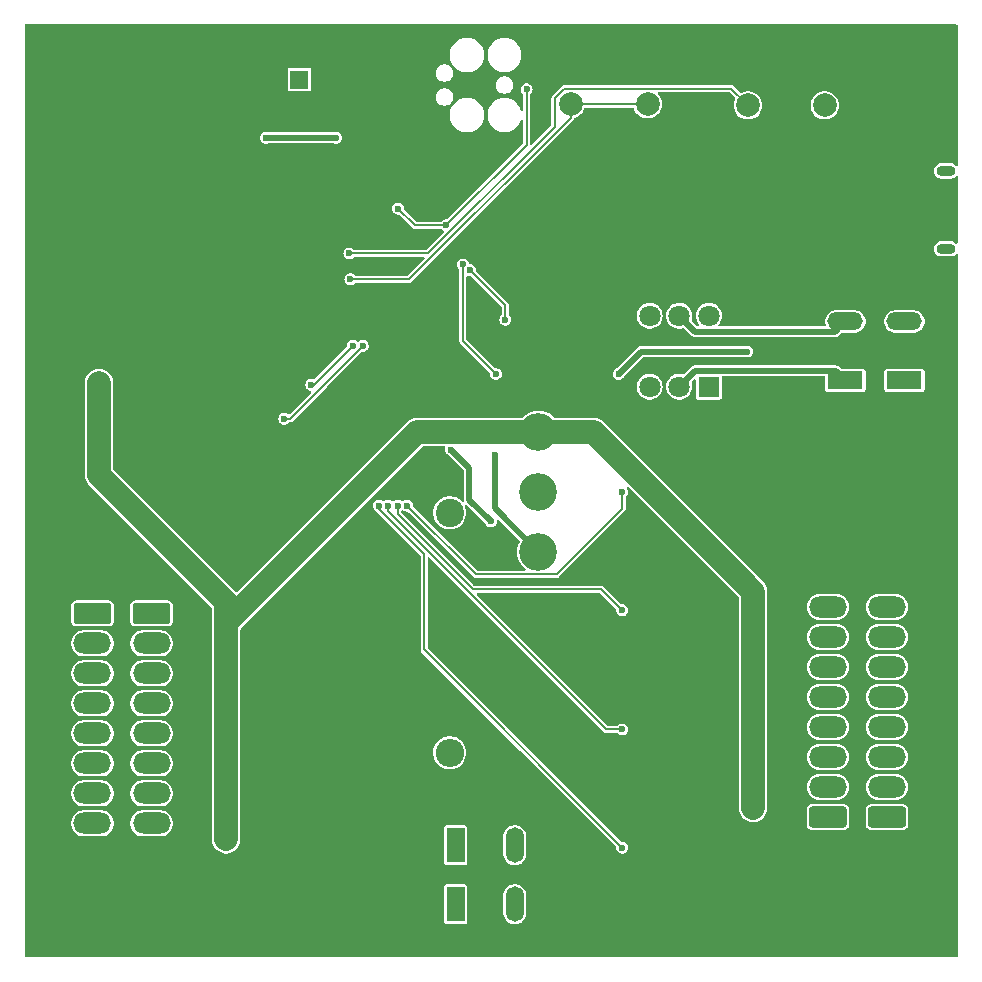
<source format=gbl>
G04 #@! TF.GenerationSoftware,KiCad,Pcbnew,8.0.8+1*
G04 #@! TF.CreationDate,2025-03-01T17:33:10+00:00*
G04 #@! TF.ProjectId,dcclicht,6463636c-6963-4687-942e-6b696361645f,rev?*
G04 #@! TF.SameCoordinates,Original*
G04 #@! TF.FileFunction,Copper,L2,Bot*
G04 #@! TF.FilePolarity,Positive*
%FSLAX46Y46*%
G04 Gerber Fmt 4.6, Leading zero omitted, Abs format (unit mm)*
G04 Created by KiCad (PCBNEW 8.0.8+1) date 2025-03-01 17:33:10*
%MOMM*%
%LPD*%
G01*
G04 APERTURE LIST*
G04 #@! TA.AperFunction,ComponentPad*
%ADD10C,5.500000*%
G04 #@! TD*
G04 #@! TA.AperFunction,ComponentPad*
%ADD11R,1.800000X1.800000*%
G04 #@! TD*
G04 #@! TA.AperFunction,ComponentPad*
%ADD12C,1.800000*%
G04 #@! TD*
G04 #@! TA.AperFunction,ComponentPad*
%ADD13O,3.200000X1.800000*%
G04 #@! TD*
G04 #@! TA.AperFunction,ComponentPad*
%ADD14R,1.600000X1.600000*%
G04 #@! TD*
G04 #@! TA.AperFunction,ComponentPad*
%ADD15C,1.600000*%
G04 #@! TD*
G04 #@! TA.AperFunction,ComponentPad*
%ADD16R,3.000000X1.500000*%
G04 #@! TD*
G04 #@! TA.AperFunction,ComponentPad*
%ADD17O,3.000000X1.500000*%
G04 #@! TD*
G04 #@! TA.AperFunction,ComponentPad*
%ADD18C,2.400000*%
G04 #@! TD*
G04 #@! TA.AperFunction,ComponentPad*
%ADD19O,2.400000X2.400000*%
G04 #@! TD*
G04 #@! TA.AperFunction,ComponentPad*
%ADD20C,2.000000*%
G04 #@! TD*
G04 #@! TA.AperFunction,HeatsinkPad*
%ADD21O,1.600000X0.900000*%
G04 #@! TD*
G04 #@! TA.AperFunction,ComponentPad*
%ADD22R,3.200000X3.200000*%
G04 #@! TD*
G04 #@! TA.AperFunction,ComponentPad*
%ADD23C,3.200000*%
G04 #@! TD*
G04 #@! TA.AperFunction,ComponentPad*
%ADD24R,1.500000X3.000000*%
G04 #@! TD*
G04 #@! TA.AperFunction,ComponentPad*
%ADD25O,1.500000X3.000000*%
G04 #@! TD*
G04 #@! TA.AperFunction,ViaPad*
%ADD26C,0.600000*%
G04 #@! TD*
G04 #@! TA.AperFunction,ViaPad*
%ADD27C,1.600000*%
G04 #@! TD*
G04 #@! TA.AperFunction,Conductor*
%ADD28C,2.000000*%
G04 #@! TD*
G04 #@! TA.AperFunction,Conductor*
%ADD29C,0.200000*%
G04 #@! TD*
G04 #@! TA.AperFunction,Conductor*
%ADD30C,0.500000*%
G04 #@! TD*
G04 APERTURE END LIST*
D10*
X114000000Y-64000000D03*
X186000000Y-136000000D03*
D11*
X168422500Y-91172500D03*
D12*
X165922500Y-91172500D03*
X163422500Y-91172500D03*
X168422500Y-85172500D03*
X165922500Y-85172500D03*
X163422500Y-85172500D03*
G04 #@! TA.AperFunction,ComponentPad*
G36*
G01*
X119900000Y-109480000D02*
X122600000Y-109480000D01*
G75*
G02*
X122850000Y-109730000I0J-250000D01*
G01*
X122850000Y-111030000D01*
G75*
G02*
X122600000Y-111280000I-250000J0D01*
G01*
X119900000Y-111280000D01*
G75*
G02*
X119650000Y-111030000I0J250000D01*
G01*
X119650000Y-109730000D01*
G75*
G02*
X119900000Y-109480000I250000J0D01*
G01*
G37*
G04 #@! TD.AperFunction*
G04 #@! TA.AperFunction,ComponentPad*
G36*
G01*
X114900000Y-109480000D02*
X117600000Y-109480000D01*
G75*
G02*
X117850000Y-109730000I0J-250000D01*
G01*
X117850000Y-111030000D01*
G75*
G02*
X117600000Y-111280000I-250000J0D01*
G01*
X114900000Y-111280000D01*
G75*
G02*
X114650000Y-111030000I0J250000D01*
G01*
X114650000Y-109730000D01*
G75*
G02*
X114900000Y-109480000I250000J0D01*
G01*
G37*
G04 #@! TD.AperFunction*
D13*
X121250000Y-112920000D03*
X116250000Y-112920000D03*
X121250000Y-115460000D03*
X116250000Y-115460000D03*
X121250000Y-118000000D03*
X116250000Y-118000000D03*
X121250000Y-120540000D03*
X116250000Y-120540000D03*
X121250000Y-123080000D03*
X116250000Y-123080000D03*
X121250000Y-125620000D03*
X116250000Y-125620000D03*
X121250000Y-128160000D03*
X116250000Y-128160000D03*
D14*
X133775000Y-65175000D03*
D15*
X137275000Y-65175000D03*
D16*
X180000000Y-90650000D03*
X185000000Y-90650000D03*
D17*
X180000000Y-85650000D03*
X185000000Y-85650000D03*
D18*
X146500000Y-101840000D03*
D19*
X146500000Y-122160000D03*
G04 #@! TA.AperFunction,ComponentPad*
G36*
G01*
X179867960Y-128510000D02*
X177167960Y-128510000D01*
G75*
G02*
X176917960Y-128260000I0J250000D01*
G01*
X176917960Y-126960000D01*
G75*
G02*
X177167960Y-126710000I250000J0D01*
G01*
X179867960Y-126710000D01*
G75*
G02*
X180117960Y-126960000I0J-250000D01*
G01*
X180117960Y-128260000D01*
G75*
G02*
X179867960Y-128510000I-250000J0D01*
G01*
G37*
G04 #@! TD.AperFunction*
G04 #@! TA.AperFunction,ComponentPad*
G36*
G01*
X184867960Y-128510000D02*
X182167960Y-128510000D01*
G75*
G02*
X181917960Y-128260000I0J250000D01*
G01*
X181917960Y-126960000D01*
G75*
G02*
X182167960Y-126710000I250000J0D01*
G01*
X184867960Y-126710000D01*
G75*
G02*
X185117960Y-126960000I0J-250000D01*
G01*
X185117960Y-128260000D01*
G75*
G02*
X184867960Y-128510000I-250000J0D01*
G01*
G37*
G04 #@! TD.AperFunction*
D13*
X178517960Y-125070000D03*
X183517960Y-125070000D03*
X178517960Y-122530000D03*
X183517960Y-122530000D03*
X178517960Y-119990000D03*
X183517960Y-119990000D03*
X178517960Y-117450000D03*
X183517960Y-117450000D03*
X178517960Y-114910000D03*
X183517960Y-114910000D03*
X178517960Y-112370000D03*
X183517960Y-112370000D03*
X178517960Y-109830000D03*
X183517960Y-109830000D03*
D10*
X114000000Y-136000000D03*
D20*
X171750000Y-62850000D03*
X178250000Y-62850000D03*
X171750000Y-67350000D03*
X178250000Y-67350000D03*
D10*
X186000000Y-64000000D03*
D20*
X156750000Y-62750000D03*
X163250000Y-62750000D03*
X156750000Y-67250000D03*
X163250000Y-67250000D03*
D21*
X188495000Y-79500000D03*
X188495000Y-72900000D03*
D22*
X154000000Y-110240000D03*
D23*
X154000000Y-105160000D03*
X154000000Y-100080000D03*
X154000000Y-95000000D03*
D24*
X147000000Y-130000000D03*
X147000000Y-135000000D03*
D25*
X152000000Y-130000000D03*
X152000000Y-135000000D03*
D26*
X133125000Y-84975000D03*
X176750000Y-104250000D03*
X138250000Y-94000000D03*
X139000000Y-89750000D03*
X128500000Y-107500000D03*
X138700000Y-76500000D03*
X137000000Y-71600000D03*
X127600000Y-103400000D03*
X151900000Y-74400000D03*
X139600000Y-128700000D03*
X125000000Y-113600000D03*
X125250000Y-126250000D03*
X125750000Y-130000000D03*
X145250000Y-71750000D03*
X138500000Y-118300000D03*
X138750000Y-97000000D03*
X133400000Y-88300000D03*
X127250000Y-76500000D03*
X174500000Y-101750000D03*
X131900000Y-90000000D03*
X175000000Y-134000000D03*
X146000000Y-69000000D03*
X143500000Y-73750000D03*
X132175000Y-86275000D03*
X176750000Y-108250000D03*
X136500000Y-86250000D03*
X125000000Y-109600000D03*
X131500000Y-81500000D03*
X127500000Y-82250000D03*
X136000000Y-127800000D03*
X136500000Y-87500000D03*
X136500000Y-92250000D03*
X129400000Y-120000000D03*
X145000000Y-99500000D03*
X136500000Y-98250000D03*
X137700000Y-74400000D03*
X130000000Y-127000000D03*
X146800000Y-79500000D03*
X146750000Y-98250000D03*
X149400000Y-77000000D03*
X144500000Y-101250000D03*
X134700000Y-86900000D03*
X135100000Y-131300000D03*
X133900000Y-121600000D03*
X137400000Y-120600000D03*
X179000000Y-133000000D03*
X126000000Y-79250000D03*
X124800000Y-103800000D03*
X181000000Y-131000000D03*
X125500000Y-85000000D03*
D27*
X172200000Y-126825000D03*
X116800000Y-90850000D03*
X127567960Y-111200000D03*
X127567960Y-129500000D03*
X172200000Y-108525000D03*
D26*
X130937651Y-70100000D03*
X153000000Y-66000000D03*
X142125000Y-76100000D03*
X136900000Y-70100000D03*
X146200000Y-77500000D03*
X171700000Y-88200000D03*
X160800000Y-90100000D03*
X138079440Y-82079440D03*
X138000000Y-79900000D03*
X150300000Y-97000000D03*
X149980331Y-102580331D03*
X146600000Y-96500000D03*
X134775000Y-91027308D03*
X138300000Y-87700000D03*
X132500000Y-93900000D03*
X139125000Y-87723527D03*
X151200000Y-85500000D03*
X148246851Y-81325000D03*
X150400000Y-90100000D03*
X147606498Y-80825000D03*
X161100000Y-100100000D03*
X142900000Y-101250000D03*
X161100000Y-110100000D03*
X142100000Y-101250000D03*
X161100000Y-120200000D03*
X141300000Y-101250000D03*
X161100000Y-130200000D03*
X140500000Y-101250000D03*
D28*
X143767960Y-95000000D02*
X154000000Y-95000000D01*
X127567960Y-111200000D02*
X127567960Y-109417960D01*
X116800000Y-98650000D02*
X116800000Y-90850000D01*
X154000000Y-95000000D02*
X158675000Y-95000000D01*
X127567960Y-109417960D02*
X116800000Y-98650000D01*
X158675000Y-95000000D02*
X172200000Y-108525000D01*
X127567960Y-111200000D02*
X143767960Y-95000000D01*
X172200000Y-108525000D02*
X172200000Y-126825000D01*
X127567960Y-111200000D02*
X127567960Y-129500000D01*
D29*
X143525000Y-77500000D02*
X142125000Y-76100000D01*
D30*
X136900000Y-70100000D02*
X130937651Y-70100000D01*
D29*
X146200000Y-77500000D02*
X143525000Y-77500000D01*
X153000000Y-70700000D02*
X153000000Y-66000000D01*
X146200000Y-77500000D02*
X153000000Y-70700000D01*
D30*
X162700000Y-88200000D02*
X171700000Y-88200000D01*
X160800000Y-90100000D02*
X162700000Y-88200000D01*
D29*
X156750000Y-68398528D02*
X156750000Y-67250000D01*
X143069089Y-82079440D02*
X156750000Y-68398528D01*
X163250000Y-67250000D02*
X156750000Y-67250000D01*
X143069089Y-82079440D02*
X138079440Y-82079440D01*
X155400000Y-69148529D02*
X155400000Y-66761522D01*
X138000000Y-79900000D02*
X144648529Y-79900000D01*
X155400000Y-66761522D02*
X156211522Y-65950000D01*
X144648529Y-79900000D02*
X155400000Y-69148529D01*
X170350000Y-65950000D02*
X171750000Y-67350000D01*
X156211522Y-65950000D02*
X170350000Y-65950000D01*
D30*
X150300000Y-101460000D02*
X154000000Y-105160000D01*
X150300000Y-97000000D02*
X150300000Y-101460000D01*
X146600000Y-96500000D02*
X148150000Y-98050000D01*
X148150000Y-100750000D02*
X149980331Y-102580331D01*
X148150000Y-98050000D02*
X148150000Y-100750000D01*
X180000000Y-85650000D02*
X179127500Y-86522500D01*
X179127500Y-86522500D02*
X167272500Y-86522500D01*
X167272500Y-86522500D02*
X165922500Y-85172500D01*
X179172500Y-89822500D02*
X180000000Y-90650000D01*
X165922500Y-91172500D02*
X167272500Y-89822500D01*
X167272500Y-89822500D02*
X179172500Y-89822500D01*
D29*
X138300000Y-87700000D02*
X134972692Y-91027308D01*
X134972692Y-91027308D02*
X134775000Y-91027308D01*
X132500000Y-93900000D02*
X132948527Y-93900000D01*
X132948527Y-93900000D02*
X139125000Y-87723527D01*
X151200000Y-85500000D02*
X151200000Y-84278149D01*
X151200000Y-84278149D02*
X148246851Y-81325000D01*
X147606498Y-80825000D02*
X147606498Y-87306498D01*
X147606498Y-87306498D02*
X150400000Y-90100000D01*
X155540000Y-107060000D02*
X161100000Y-101500000D01*
X142900000Y-101250000D02*
X148710000Y-107060000D01*
X148710000Y-107060000D02*
X155540000Y-107060000D01*
X161100000Y-101500000D02*
X161100000Y-100100000D01*
X148471372Y-108340000D02*
X159340000Y-108340000D01*
X159340000Y-108340000D02*
X161100000Y-110100000D01*
X142100000Y-101968628D02*
X148471372Y-108340000D01*
X142100000Y-101250000D02*
X142100000Y-101968628D01*
X141300000Y-101250000D02*
X141300000Y-101734314D01*
X141300000Y-101734314D02*
X159765686Y-120200000D01*
X159765686Y-120200000D02*
X161100000Y-120200000D01*
X140500000Y-101250000D02*
X140500000Y-101500000D01*
X144325000Y-105325000D02*
X144325000Y-113425000D01*
X144325000Y-113425000D02*
X161100000Y-130200000D01*
X140500000Y-101500000D02*
X144325000Y-105325000D01*
G04 #@! TA.AperFunction,Conductor*
G36*
X189458691Y-60519407D02*
G01*
X189494655Y-60568907D01*
X189499500Y-60599500D01*
X189499500Y-72395547D01*
X189480593Y-72453738D01*
X189431093Y-72489702D01*
X189369907Y-72489702D01*
X189330496Y-72465551D01*
X189259672Y-72394727D01*
X189259669Y-72394724D01*
X189217226Y-72366365D01*
X189153133Y-72323538D01*
X189153125Y-72323534D01*
X189034747Y-72274500D01*
X189034745Y-72274499D01*
X189034744Y-72274499D01*
X188909069Y-72249500D01*
X188080931Y-72249500D01*
X188080930Y-72249500D01*
X188018093Y-72261999D01*
X187955256Y-72274499D01*
X187955255Y-72274499D01*
X187955252Y-72274500D01*
X187836874Y-72323534D01*
X187836866Y-72323538D01*
X187730331Y-72394724D01*
X187730327Y-72394727D01*
X187639727Y-72485327D01*
X187639724Y-72485331D01*
X187568538Y-72591866D01*
X187568534Y-72591874D01*
X187519500Y-72710252D01*
X187519499Y-72710257D01*
X187494500Y-72835930D01*
X187494500Y-72964069D01*
X187519499Y-73089742D01*
X187519500Y-73089747D01*
X187568534Y-73208125D01*
X187568538Y-73208133D01*
X187611365Y-73272226D01*
X187639724Y-73314669D01*
X187730331Y-73405276D01*
X187793848Y-73447717D01*
X187836866Y-73476461D01*
X187836870Y-73476463D01*
X187836873Y-73476465D01*
X187955256Y-73525501D01*
X188080931Y-73550500D01*
X188080932Y-73550500D01*
X188909068Y-73550500D01*
X188909069Y-73550500D01*
X189034744Y-73525501D01*
X189153127Y-73476465D01*
X189259669Y-73405276D01*
X189330496Y-73334449D01*
X189385013Y-73306672D01*
X189445445Y-73316243D01*
X189488710Y-73359508D01*
X189499500Y-73404453D01*
X189499500Y-78995547D01*
X189480593Y-79053738D01*
X189431093Y-79089702D01*
X189369907Y-79089702D01*
X189330496Y-79065551D01*
X189259672Y-78994727D01*
X189259669Y-78994724D01*
X189217226Y-78966365D01*
X189153133Y-78923538D01*
X189153125Y-78923534D01*
X189034747Y-78874500D01*
X189034745Y-78874499D01*
X189034744Y-78874499D01*
X188909069Y-78849500D01*
X188080931Y-78849500D01*
X188080930Y-78849500D01*
X188018093Y-78861999D01*
X187955256Y-78874499D01*
X187955255Y-78874499D01*
X187955252Y-78874500D01*
X187836874Y-78923534D01*
X187836866Y-78923538D01*
X187730331Y-78994724D01*
X187730327Y-78994727D01*
X187639727Y-79085327D01*
X187639724Y-79085331D01*
X187568538Y-79191866D01*
X187568534Y-79191874D01*
X187519500Y-79310252D01*
X187519499Y-79310257D01*
X187494500Y-79435930D01*
X187494500Y-79564069D01*
X187519499Y-79689742D01*
X187519500Y-79689747D01*
X187568534Y-79808125D01*
X187568538Y-79808133D01*
X187611365Y-79872226D01*
X187639724Y-79914669D01*
X187730331Y-80005276D01*
X187793848Y-80047717D01*
X187836866Y-80076461D01*
X187836870Y-80076463D01*
X187836873Y-80076465D01*
X187955256Y-80125501D01*
X188080931Y-80150500D01*
X188080932Y-80150500D01*
X188909068Y-80150500D01*
X188909069Y-80150500D01*
X189034744Y-80125501D01*
X189153127Y-80076465D01*
X189259669Y-80005276D01*
X189330496Y-79934449D01*
X189385013Y-79906672D01*
X189445445Y-79916243D01*
X189488710Y-79959508D01*
X189499500Y-80004453D01*
X189499500Y-139400500D01*
X189480593Y-139458691D01*
X189431093Y-139494655D01*
X189400500Y-139499500D01*
X110599500Y-139499500D01*
X110541309Y-139480593D01*
X110505345Y-139431093D01*
X110500500Y-139400500D01*
X110500500Y-133480253D01*
X146049500Y-133480253D01*
X146049500Y-136519746D01*
X146049501Y-136519758D01*
X146061132Y-136578227D01*
X146061134Y-136578233D01*
X146070548Y-136592322D01*
X146105448Y-136644552D01*
X146171769Y-136688867D01*
X146216231Y-136697711D01*
X146230241Y-136700498D01*
X146230246Y-136700498D01*
X146230252Y-136700500D01*
X146230253Y-136700500D01*
X147769747Y-136700500D01*
X147769748Y-136700500D01*
X147828231Y-136688867D01*
X147894552Y-136644552D01*
X147938867Y-136578231D01*
X147950500Y-136519748D01*
X147950500Y-134156381D01*
X151049500Y-134156381D01*
X151049500Y-135843618D01*
X151086026Y-136027249D01*
X151157677Y-136200229D01*
X151157681Y-136200238D01*
X151232065Y-136311559D01*
X151261698Y-136355908D01*
X151394092Y-136488302D01*
X151460463Y-136532649D01*
X151549761Y-136592318D01*
X151549767Y-136592320D01*
X151549769Y-136592322D01*
X151722749Y-136663973D01*
X151906384Y-136700500D01*
X151906385Y-136700500D01*
X152093615Y-136700500D01*
X152093616Y-136700500D01*
X152277251Y-136663973D01*
X152450231Y-136592322D01*
X152450234Y-136592319D01*
X152450238Y-136592318D01*
X152495187Y-136562282D01*
X152605908Y-136488302D01*
X152738302Y-136355908D01*
X152812282Y-136245187D01*
X152842318Y-136200238D01*
X152842319Y-136200234D01*
X152842322Y-136200231D01*
X152913973Y-136027251D01*
X152950500Y-135843616D01*
X152950500Y-134156384D01*
X152913973Y-133972749D01*
X152842322Y-133799769D01*
X152842320Y-133799767D01*
X152842318Y-133799761D01*
X152782649Y-133710463D01*
X152738302Y-133644092D01*
X152605908Y-133511698D01*
X152558829Y-133480241D01*
X152450238Y-133407681D01*
X152450229Y-133407677D01*
X152277249Y-133336026D01*
X152093618Y-133299500D01*
X152093616Y-133299500D01*
X151906384Y-133299500D01*
X151906381Y-133299500D01*
X151722750Y-133336026D01*
X151549770Y-133407677D01*
X151549761Y-133407681D01*
X151394092Y-133511698D01*
X151394088Y-133511701D01*
X151261701Y-133644088D01*
X151261698Y-133644092D01*
X151157681Y-133799761D01*
X151157677Y-133799770D01*
X151086026Y-133972750D01*
X151049500Y-134156381D01*
X147950500Y-134156381D01*
X147950500Y-133480252D01*
X147938867Y-133421769D01*
X147894552Y-133355448D01*
X147865487Y-133336027D01*
X147828233Y-133311134D01*
X147828231Y-133311133D01*
X147828228Y-133311132D01*
X147828227Y-133311132D01*
X147769758Y-133299501D01*
X147769748Y-133299500D01*
X146230252Y-133299500D01*
X146230251Y-133299500D01*
X146230241Y-133299501D01*
X146171772Y-133311132D01*
X146171766Y-133311134D01*
X146105451Y-133355445D01*
X146105445Y-133355451D01*
X146061134Y-133421766D01*
X146061132Y-133421772D01*
X146049501Y-133480241D01*
X146049500Y-133480253D01*
X110500500Y-133480253D01*
X110500500Y-128073385D01*
X114449500Y-128073385D01*
X114449500Y-128246614D01*
X114476597Y-128417702D01*
X114476598Y-128417706D01*
X114530123Y-128582438D01*
X114530125Y-128582441D01*
X114595373Y-128710500D01*
X114608768Y-128736788D01*
X114710586Y-128876928D01*
X114833072Y-128999414D01*
X114973212Y-129101232D01*
X115127555Y-129179873D01*
X115127557Y-129179873D01*
X115127558Y-129179874D01*
X115127561Y-129179876D01*
X115292293Y-129233401D01*
X115292297Y-129233402D01*
X115463386Y-129260500D01*
X115463389Y-129260500D01*
X117036614Y-129260500D01*
X117207702Y-129233402D01*
X117207706Y-129233401D01*
X117372438Y-129179876D01*
X117372440Y-129179874D01*
X117372445Y-129179873D01*
X117526788Y-129101232D01*
X117666928Y-128999414D01*
X117789414Y-128876928D01*
X117891232Y-128736788D01*
X117969873Y-128582445D01*
X117969874Y-128582440D01*
X117969876Y-128582438D01*
X118023401Y-128417706D01*
X118023402Y-128417702D01*
X118050500Y-128246614D01*
X118050500Y-128073385D01*
X119449500Y-128073385D01*
X119449500Y-128246614D01*
X119476597Y-128417702D01*
X119476598Y-128417706D01*
X119530123Y-128582438D01*
X119530125Y-128582441D01*
X119595373Y-128710500D01*
X119608768Y-128736788D01*
X119710586Y-128876928D01*
X119833072Y-128999414D01*
X119973212Y-129101232D01*
X120127555Y-129179873D01*
X120127557Y-129179873D01*
X120127558Y-129179874D01*
X120127561Y-129179876D01*
X120292293Y-129233401D01*
X120292297Y-129233402D01*
X120463386Y-129260500D01*
X120463389Y-129260500D01*
X122036614Y-129260500D01*
X122207702Y-129233402D01*
X122207706Y-129233401D01*
X122372438Y-129179876D01*
X122372440Y-129179874D01*
X122372445Y-129179873D01*
X122526788Y-129101232D01*
X122666928Y-128999414D01*
X122789414Y-128876928D01*
X122891232Y-128736788D01*
X122969873Y-128582445D01*
X122969874Y-128582440D01*
X122969876Y-128582438D01*
X123023401Y-128417706D01*
X123023402Y-128417702D01*
X123050500Y-128246614D01*
X123050500Y-128073385D01*
X123023402Y-127902297D01*
X123023401Y-127902293D01*
X122969876Y-127737561D01*
X122969874Y-127737558D01*
X122969873Y-127737557D01*
X122969873Y-127737555D01*
X122891232Y-127583212D01*
X122789414Y-127443072D01*
X122666928Y-127320586D01*
X122526788Y-127218768D01*
X122526787Y-127218767D01*
X122526785Y-127218766D01*
X122372441Y-127140125D01*
X122372438Y-127140123D01*
X122207706Y-127086598D01*
X122207702Y-127086597D01*
X122036614Y-127059500D01*
X122036611Y-127059500D01*
X120463389Y-127059500D01*
X120463386Y-127059500D01*
X120292297Y-127086597D01*
X120292293Y-127086598D01*
X120127561Y-127140123D01*
X120127558Y-127140125D01*
X119973214Y-127218766D01*
X119833073Y-127320585D01*
X119710585Y-127443073D01*
X119608766Y-127583214D01*
X119530125Y-127737558D01*
X119530123Y-127737561D01*
X119476598Y-127902293D01*
X119476597Y-127902297D01*
X119449500Y-128073385D01*
X118050500Y-128073385D01*
X118023402Y-127902297D01*
X118023401Y-127902293D01*
X117969876Y-127737561D01*
X117969874Y-127737558D01*
X117969873Y-127737557D01*
X117969873Y-127737555D01*
X117891232Y-127583212D01*
X117789414Y-127443072D01*
X117666928Y-127320586D01*
X117526788Y-127218768D01*
X117526787Y-127218767D01*
X117526785Y-127218766D01*
X117372441Y-127140125D01*
X117372438Y-127140123D01*
X117207706Y-127086598D01*
X117207702Y-127086597D01*
X117036614Y-127059500D01*
X117036611Y-127059500D01*
X115463389Y-127059500D01*
X115463386Y-127059500D01*
X115292297Y-127086597D01*
X115292293Y-127086598D01*
X115127561Y-127140123D01*
X115127558Y-127140125D01*
X114973214Y-127218766D01*
X114833073Y-127320585D01*
X114710585Y-127443073D01*
X114608766Y-127583214D01*
X114530125Y-127737558D01*
X114530123Y-127737561D01*
X114476598Y-127902293D01*
X114476597Y-127902297D01*
X114449500Y-128073385D01*
X110500500Y-128073385D01*
X110500500Y-125533385D01*
X114449500Y-125533385D01*
X114449500Y-125706614D01*
X114476597Y-125877702D01*
X114476598Y-125877706D01*
X114530123Y-126042438D01*
X114530125Y-126042441D01*
X114595373Y-126170500D01*
X114608768Y-126196788D01*
X114710586Y-126336928D01*
X114833072Y-126459414D01*
X114973212Y-126561232D01*
X115127555Y-126639873D01*
X115127557Y-126639873D01*
X115127558Y-126639874D01*
X115127561Y-126639876D01*
X115292293Y-126693401D01*
X115292297Y-126693402D01*
X115463386Y-126720500D01*
X115463389Y-126720500D01*
X117036614Y-126720500D01*
X117207702Y-126693402D01*
X117207706Y-126693401D01*
X117372438Y-126639876D01*
X117372440Y-126639874D01*
X117372445Y-126639873D01*
X117526788Y-126561232D01*
X117666928Y-126459414D01*
X117789414Y-126336928D01*
X117891232Y-126196788D01*
X117969873Y-126042445D01*
X117969874Y-126042440D01*
X117969876Y-126042438D01*
X118023401Y-125877706D01*
X118023402Y-125877702D01*
X118050500Y-125706614D01*
X118050500Y-125533385D01*
X119449500Y-125533385D01*
X119449500Y-125706614D01*
X119476597Y-125877702D01*
X119476598Y-125877706D01*
X119530123Y-126042438D01*
X119530125Y-126042441D01*
X119595373Y-126170500D01*
X119608768Y-126196788D01*
X119710586Y-126336928D01*
X119833072Y-126459414D01*
X119973212Y-126561232D01*
X120127555Y-126639873D01*
X120127557Y-126639873D01*
X120127558Y-126639874D01*
X120127561Y-126639876D01*
X120292293Y-126693401D01*
X120292297Y-126693402D01*
X120463386Y-126720500D01*
X120463389Y-126720500D01*
X122036614Y-126720500D01*
X122207702Y-126693402D01*
X122207706Y-126693401D01*
X122372438Y-126639876D01*
X122372440Y-126639874D01*
X122372445Y-126639873D01*
X122526788Y-126561232D01*
X122666928Y-126459414D01*
X122789414Y-126336928D01*
X122891232Y-126196788D01*
X122969873Y-126042445D01*
X122969874Y-126042440D01*
X122969876Y-126042438D01*
X123023401Y-125877706D01*
X123023402Y-125877702D01*
X123050500Y-125706614D01*
X123050500Y-125533385D01*
X123023402Y-125362297D01*
X123023401Y-125362293D01*
X122969876Y-125197561D01*
X122969874Y-125197558D01*
X122969873Y-125197557D01*
X122969873Y-125197555D01*
X122891232Y-125043212D01*
X122789414Y-124903072D01*
X122666928Y-124780586D01*
X122526788Y-124678768D01*
X122526787Y-124678767D01*
X122526785Y-124678766D01*
X122372441Y-124600125D01*
X122372438Y-124600123D01*
X122207706Y-124546598D01*
X122207702Y-124546597D01*
X122036614Y-124519500D01*
X122036611Y-124519500D01*
X120463389Y-124519500D01*
X120463386Y-124519500D01*
X120292297Y-124546597D01*
X120292293Y-124546598D01*
X120127561Y-124600123D01*
X120127558Y-124600125D01*
X119973214Y-124678766D01*
X119833073Y-124780585D01*
X119710585Y-124903073D01*
X119608766Y-125043214D01*
X119530125Y-125197558D01*
X119530123Y-125197561D01*
X119476598Y-125362293D01*
X119476597Y-125362297D01*
X119449500Y-125533385D01*
X118050500Y-125533385D01*
X118023402Y-125362297D01*
X118023401Y-125362293D01*
X117969876Y-125197561D01*
X117969874Y-125197558D01*
X117969873Y-125197557D01*
X117969873Y-125197555D01*
X117891232Y-125043212D01*
X117789414Y-124903072D01*
X117666928Y-124780586D01*
X117526788Y-124678768D01*
X117526787Y-124678767D01*
X117526785Y-124678766D01*
X117372441Y-124600125D01*
X117372438Y-124600123D01*
X117207706Y-124546598D01*
X117207702Y-124546597D01*
X117036614Y-124519500D01*
X117036611Y-124519500D01*
X115463389Y-124519500D01*
X115463386Y-124519500D01*
X115292297Y-124546597D01*
X115292293Y-124546598D01*
X115127561Y-124600123D01*
X115127558Y-124600125D01*
X114973214Y-124678766D01*
X114833073Y-124780585D01*
X114710585Y-124903073D01*
X114608766Y-125043214D01*
X114530125Y-125197558D01*
X114530123Y-125197561D01*
X114476598Y-125362293D01*
X114476597Y-125362297D01*
X114449500Y-125533385D01*
X110500500Y-125533385D01*
X110500500Y-122993385D01*
X114449500Y-122993385D01*
X114449500Y-123166614D01*
X114476597Y-123337702D01*
X114476598Y-123337706D01*
X114530123Y-123502438D01*
X114530125Y-123502441D01*
X114595373Y-123630500D01*
X114608768Y-123656788D01*
X114710586Y-123796928D01*
X114833072Y-123919414D01*
X114973212Y-124021232D01*
X115127555Y-124099873D01*
X115127557Y-124099873D01*
X115127558Y-124099874D01*
X115127561Y-124099876D01*
X115292293Y-124153401D01*
X115292297Y-124153402D01*
X115463386Y-124180500D01*
X115463389Y-124180500D01*
X117036614Y-124180500D01*
X117207702Y-124153402D01*
X117207706Y-124153401D01*
X117372438Y-124099876D01*
X117372440Y-124099874D01*
X117372445Y-124099873D01*
X117526788Y-124021232D01*
X117666928Y-123919414D01*
X117789414Y-123796928D01*
X117891232Y-123656788D01*
X117969873Y-123502445D01*
X117969874Y-123502440D01*
X117969876Y-123502438D01*
X118023401Y-123337706D01*
X118023402Y-123337702D01*
X118050500Y-123166614D01*
X118050500Y-122993385D01*
X119449500Y-122993385D01*
X119449500Y-123166614D01*
X119476597Y-123337702D01*
X119476598Y-123337706D01*
X119530123Y-123502438D01*
X119530125Y-123502441D01*
X119595373Y-123630500D01*
X119608768Y-123656788D01*
X119710586Y-123796928D01*
X119833072Y-123919414D01*
X119973212Y-124021232D01*
X120127555Y-124099873D01*
X120127557Y-124099873D01*
X120127558Y-124099874D01*
X120127561Y-124099876D01*
X120292293Y-124153401D01*
X120292297Y-124153402D01*
X120463386Y-124180500D01*
X120463389Y-124180500D01*
X122036614Y-124180500D01*
X122207702Y-124153402D01*
X122207706Y-124153401D01*
X122372438Y-124099876D01*
X122372440Y-124099874D01*
X122372445Y-124099873D01*
X122526788Y-124021232D01*
X122666928Y-123919414D01*
X122789414Y-123796928D01*
X122891232Y-123656788D01*
X122969873Y-123502445D01*
X122969874Y-123502440D01*
X122969876Y-123502438D01*
X123023401Y-123337706D01*
X123023402Y-123337702D01*
X123050500Y-123166614D01*
X123050500Y-122993385D01*
X123023402Y-122822297D01*
X123023401Y-122822293D01*
X122969876Y-122657561D01*
X122969874Y-122657558D01*
X122969873Y-122657557D01*
X122969873Y-122657555D01*
X122891232Y-122503212D01*
X122789414Y-122363072D01*
X122666928Y-122240586D01*
X122526788Y-122138768D01*
X122526787Y-122138767D01*
X122526785Y-122138766D01*
X122372441Y-122060125D01*
X122372438Y-122060123D01*
X122207706Y-122006598D01*
X122207702Y-122006597D01*
X122036614Y-121979500D01*
X122036611Y-121979500D01*
X120463389Y-121979500D01*
X120463386Y-121979500D01*
X120292297Y-122006597D01*
X120292293Y-122006598D01*
X120127561Y-122060123D01*
X120127558Y-122060125D01*
X119973214Y-122138766D01*
X119833073Y-122240585D01*
X119710585Y-122363073D01*
X119608766Y-122503214D01*
X119530125Y-122657558D01*
X119530123Y-122657561D01*
X119476598Y-122822293D01*
X119476597Y-122822297D01*
X119449500Y-122993385D01*
X118050500Y-122993385D01*
X118023402Y-122822297D01*
X118023401Y-122822293D01*
X117969876Y-122657561D01*
X117969874Y-122657558D01*
X117969873Y-122657557D01*
X117969873Y-122657555D01*
X117891232Y-122503212D01*
X117789414Y-122363072D01*
X117666928Y-122240586D01*
X117526788Y-122138768D01*
X117526787Y-122138767D01*
X117526785Y-122138766D01*
X117372441Y-122060125D01*
X117372438Y-122060123D01*
X117207706Y-122006598D01*
X117207702Y-122006597D01*
X117036614Y-121979500D01*
X117036611Y-121979500D01*
X115463389Y-121979500D01*
X115463386Y-121979500D01*
X115292297Y-122006597D01*
X115292293Y-122006598D01*
X115127561Y-122060123D01*
X115127558Y-122060125D01*
X114973214Y-122138766D01*
X114833073Y-122240585D01*
X114710585Y-122363073D01*
X114608766Y-122503214D01*
X114530125Y-122657558D01*
X114530123Y-122657561D01*
X114476598Y-122822293D01*
X114476597Y-122822297D01*
X114449500Y-122993385D01*
X110500500Y-122993385D01*
X110500500Y-120453385D01*
X114449500Y-120453385D01*
X114449500Y-120626614D01*
X114476597Y-120797702D01*
X114476598Y-120797706D01*
X114530123Y-120962438D01*
X114530125Y-120962441D01*
X114595373Y-121090500D01*
X114608768Y-121116788D01*
X114710586Y-121256928D01*
X114833072Y-121379414D01*
X114973212Y-121481232D01*
X115127555Y-121559873D01*
X115127557Y-121559873D01*
X115127558Y-121559874D01*
X115127561Y-121559876D01*
X115292293Y-121613401D01*
X115292297Y-121613402D01*
X115463386Y-121640500D01*
X115463389Y-121640500D01*
X117036614Y-121640500D01*
X117207702Y-121613402D01*
X117207706Y-121613401D01*
X117372438Y-121559876D01*
X117372440Y-121559874D01*
X117372445Y-121559873D01*
X117526788Y-121481232D01*
X117666928Y-121379414D01*
X117789414Y-121256928D01*
X117891232Y-121116788D01*
X117969873Y-120962445D01*
X117969874Y-120962440D01*
X117969876Y-120962438D01*
X118023401Y-120797706D01*
X118023402Y-120797702D01*
X118050500Y-120626614D01*
X118050500Y-120453385D01*
X119449500Y-120453385D01*
X119449500Y-120626614D01*
X119476597Y-120797702D01*
X119476598Y-120797706D01*
X119530123Y-120962438D01*
X119530125Y-120962441D01*
X119595373Y-121090500D01*
X119608768Y-121116788D01*
X119710586Y-121256928D01*
X119833072Y-121379414D01*
X119973212Y-121481232D01*
X120127555Y-121559873D01*
X120127557Y-121559873D01*
X120127558Y-121559874D01*
X120127561Y-121559876D01*
X120292293Y-121613401D01*
X120292297Y-121613402D01*
X120463386Y-121640500D01*
X120463389Y-121640500D01*
X122036614Y-121640500D01*
X122207702Y-121613402D01*
X122207706Y-121613401D01*
X122372438Y-121559876D01*
X122372440Y-121559874D01*
X122372445Y-121559873D01*
X122526788Y-121481232D01*
X122666928Y-121379414D01*
X122789414Y-121256928D01*
X122891232Y-121116788D01*
X122969873Y-120962445D01*
X122969874Y-120962440D01*
X122969876Y-120962438D01*
X123023401Y-120797706D01*
X123023402Y-120797702D01*
X123050500Y-120626614D01*
X123050500Y-120453385D01*
X123023402Y-120282297D01*
X123023401Y-120282293D01*
X122969876Y-120117561D01*
X122969874Y-120117558D01*
X122969873Y-120117557D01*
X122969873Y-120117555D01*
X122891232Y-119963212D01*
X122789414Y-119823072D01*
X122666928Y-119700586D01*
X122526788Y-119598768D01*
X122526787Y-119598767D01*
X122526785Y-119598766D01*
X122372441Y-119520125D01*
X122372438Y-119520123D01*
X122207706Y-119466598D01*
X122207702Y-119466597D01*
X122036614Y-119439500D01*
X122036611Y-119439500D01*
X120463389Y-119439500D01*
X120463386Y-119439500D01*
X120292297Y-119466597D01*
X120292293Y-119466598D01*
X120127561Y-119520123D01*
X120127558Y-119520125D01*
X119973214Y-119598766D01*
X119833073Y-119700585D01*
X119710585Y-119823073D01*
X119608766Y-119963214D01*
X119530125Y-120117558D01*
X119530123Y-120117561D01*
X119476598Y-120282293D01*
X119476597Y-120282297D01*
X119449500Y-120453385D01*
X118050500Y-120453385D01*
X118023402Y-120282297D01*
X118023401Y-120282293D01*
X117969876Y-120117561D01*
X117969874Y-120117558D01*
X117969873Y-120117557D01*
X117969873Y-120117555D01*
X117891232Y-119963212D01*
X117789414Y-119823072D01*
X117666928Y-119700586D01*
X117526788Y-119598768D01*
X117526787Y-119598767D01*
X117526785Y-119598766D01*
X117372441Y-119520125D01*
X117372438Y-119520123D01*
X117207706Y-119466598D01*
X117207702Y-119466597D01*
X117036614Y-119439500D01*
X117036611Y-119439500D01*
X115463389Y-119439500D01*
X115463386Y-119439500D01*
X115292297Y-119466597D01*
X115292293Y-119466598D01*
X115127561Y-119520123D01*
X115127558Y-119520125D01*
X114973214Y-119598766D01*
X114833073Y-119700585D01*
X114710585Y-119823073D01*
X114608766Y-119963214D01*
X114530125Y-120117558D01*
X114530123Y-120117561D01*
X114476598Y-120282293D01*
X114476597Y-120282297D01*
X114449500Y-120453385D01*
X110500500Y-120453385D01*
X110500500Y-117913385D01*
X114449500Y-117913385D01*
X114449500Y-118086614D01*
X114476597Y-118257702D01*
X114476598Y-118257706D01*
X114530123Y-118422438D01*
X114530125Y-118422441D01*
X114595373Y-118550500D01*
X114608768Y-118576788D01*
X114710586Y-118716928D01*
X114833072Y-118839414D01*
X114973212Y-118941232D01*
X115127555Y-119019873D01*
X115127557Y-119019873D01*
X115127558Y-119019874D01*
X115127561Y-119019876D01*
X115292293Y-119073401D01*
X115292297Y-119073402D01*
X115463386Y-119100500D01*
X115463389Y-119100500D01*
X117036614Y-119100500D01*
X117207702Y-119073402D01*
X117207706Y-119073401D01*
X117372438Y-119019876D01*
X117372440Y-119019874D01*
X117372445Y-119019873D01*
X117526788Y-118941232D01*
X117666928Y-118839414D01*
X117789414Y-118716928D01*
X117891232Y-118576788D01*
X117969873Y-118422445D01*
X117969874Y-118422440D01*
X117969876Y-118422438D01*
X118023401Y-118257706D01*
X118023402Y-118257702D01*
X118050500Y-118086614D01*
X118050500Y-117913385D01*
X119449500Y-117913385D01*
X119449500Y-118086614D01*
X119476597Y-118257702D01*
X119476598Y-118257706D01*
X119530123Y-118422438D01*
X119530125Y-118422441D01*
X119595373Y-118550500D01*
X119608768Y-118576788D01*
X119710586Y-118716928D01*
X119833072Y-118839414D01*
X119973212Y-118941232D01*
X120127555Y-119019873D01*
X120127557Y-119019873D01*
X120127558Y-119019874D01*
X120127561Y-119019876D01*
X120292293Y-119073401D01*
X120292297Y-119073402D01*
X120463386Y-119100500D01*
X120463389Y-119100500D01*
X122036614Y-119100500D01*
X122207702Y-119073402D01*
X122207706Y-119073401D01*
X122372438Y-119019876D01*
X122372440Y-119019874D01*
X122372445Y-119019873D01*
X122526788Y-118941232D01*
X122666928Y-118839414D01*
X122789414Y-118716928D01*
X122891232Y-118576788D01*
X122969873Y-118422445D01*
X122969874Y-118422440D01*
X122969876Y-118422438D01*
X123023401Y-118257706D01*
X123023402Y-118257702D01*
X123050500Y-118086614D01*
X123050500Y-117913385D01*
X123023402Y-117742297D01*
X123023401Y-117742293D01*
X122969876Y-117577561D01*
X122969874Y-117577558D01*
X122969873Y-117577557D01*
X122969873Y-117577555D01*
X122891232Y-117423212D01*
X122789414Y-117283072D01*
X122666928Y-117160586D01*
X122526788Y-117058768D01*
X122526787Y-117058767D01*
X122526785Y-117058766D01*
X122372441Y-116980125D01*
X122372438Y-116980123D01*
X122207706Y-116926598D01*
X122207702Y-116926597D01*
X122036614Y-116899500D01*
X122036611Y-116899500D01*
X120463389Y-116899500D01*
X120463386Y-116899500D01*
X120292297Y-116926597D01*
X120292293Y-116926598D01*
X120127561Y-116980123D01*
X120127558Y-116980125D01*
X119973214Y-117058766D01*
X119833073Y-117160585D01*
X119710585Y-117283073D01*
X119608766Y-117423214D01*
X119530125Y-117577558D01*
X119530123Y-117577561D01*
X119476598Y-117742293D01*
X119476597Y-117742297D01*
X119449500Y-117913385D01*
X118050500Y-117913385D01*
X118023402Y-117742297D01*
X118023401Y-117742293D01*
X117969876Y-117577561D01*
X117969874Y-117577558D01*
X117969873Y-117577557D01*
X117969873Y-117577555D01*
X117891232Y-117423212D01*
X117789414Y-117283072D01*
X117666928Y-117160586D01*
X117526788Y-117058768D01*
X117526787Y-117058767D01*
X117526785Y-117058766D01*
X117372441Y-116980125D01*
X117372438Y-116980123D01*
X117207706Y-116926598D01*
X117207702Y-116926597D01*
X117036614Y-116899500D01*
X117036611Y-116899500D01*
X115463389Y-116899500D01*
X115463386Y-116899500D01*
X115292297Y-116926597D01*
X115292293Y-116926598D01*
X115127561Y-116980123D01*
X115127558Y-116980125D01*
X114973214Y-117058766D01*
X114833073Y-117160585D01*
X114710585Y-117283073D01*
X114608766Y-117423214D01*
X114530125Y-117577558D01*
X114530123Y-117577561D01*
X114476598Y-117742293D01*
X114476597Y-117742297D01*
X114449500Y-117913385D01*
X110500500Y-117913385D01*
X110500500Y-115373385D01*
X114449500Y-115373385D01*
X114449500Y-115546614D01*
X114476597Y-115717702D01*
X114476598Y-115717706D01*
X114530123Y-115882438D01*
X114530125Y-115882441D01*
X114595373Y-116010500D01*
X114608768Y-116036788D01*
X114710586Y-116176928D01*
X114833072Y-116299414D01*
X114973212Y-116401232D01*
X115127555Y-116479873D01*
X115127557Y-116479873D01*
X115127558Y-116479874D01*
X115127561Y-116479876D01*
X115292293Y-116533401D01*
X115292297Y-116533402D01*
X115463386Y-116560500D01*
X115463389Y-116560500D01*
X117036614Y-116560500D01*
X117207702Y-116533402D01*
X117207706Y-116533401D01*
X117372438Y-116479876D01*
X117372440Y-116479874D01*
X117372445Y-116479873D01*
X117526788Y-116401232D01*
X117666928Y-116299414D01*
X117789414Y-116176928D01*
X117891232Y-116036788D01*
X117969873Y-115882445D01*
X117969874Y-115882440D01*
X117969876Y-115882438D01*
X118023401Y-115717706D01*
X118023402Y-115717702D01*
X118050500Y-115546614D01*
X118050500Y-115373385D01*
X119449500Y-115373385D01*
X119449500Y-115546614D01*
X119476597Y-115717702D01*
X119476598Y-115717706D01*
X119530123Y-115882438D01*
X119530125Y-115882441D01*
X119595373Y-116010500D01*
X119608768Y-116036788D01*
X119710586Y-116176928D01*
X119833072Y-116299414D01*
X119973212Y-116401232D01*
X120127555Y-116479873D01*
X120127557Y-116479873D01*
X120127558Y-116479874D01*
X120127561Y-116479876D01*
X120292293Y-116533401D01*
X120292297Y-116533402D01*
X120463386Y-116560500D01*
X120463389Y-116560500D01*
X122036614Y-116560500D01*
X122207702Y-116533402D01*
X122207706Y-116533401D01*
X122372438Y-116479876D01*
X122372440Y-116479874D01*
X122372445Y-116479873D01*
X122526788Y-116401232D01*
X122666928Y-116299414D01*
X122789414Y-116176928D01*
X122891232Y-116036788D01*
X122969873Y-115882445D01*
X122969874Y-115882440D01*
X122969876Y-115882438D01*
X123023401Y-115717706D01*
X123023402Y-115717702D01*
X123050500Y-115546614D01*
X123050500Y-115373385D01*
X123023402Y-115202297D01*
X123023401Y-115202293D01*
X122969876Y-115037561D01*
X122969874Y-115037558D01*
X122969873Y-115037557D01*
X122969873Y-115037555D01*
X122891232Y-114883212D01*
X122789414Y-114743072D01*
X122666928Y-114620586D01*
X122526788Y-114518768D01*
X122526787Y-114518767D01*
X122526785Y-114518766D01*
X122372441Y-114440125D01*
X122372438Y-114440123D01*
X122207706Y-114386598D01*
X122207702Y-114386597D01*
X122036614Y-114359500D01*
X122036611Y-114359500D01*
X120463389Y-114359500D01*
X120463386Y-114359500D01*
X120292297Y-114386597D01*
X120292293Y-114386598D01*
X120127561Y-114440123D01*
X120127558Y-114440125D01*
X119973214Y-114518766D01*
X119833073Y-114620585D01*
X119710585Y-114743073D01*
X119608766Y-114883214D01*
X119530125Y-115037558D01*
X119530123Y-115037561D01*
X119476598Y-115202293D01*
X119476597Y-115202297D01*
X119449500Y-115373385D01*
X118050500Y-115373385D01*
X118023402Y-115202297D01*
X118023401Y-115202293D01*
X117969876Y-115037561D01*
X117969874Y-115037558D01*
X117969873Y-115037557D01*
X117969873Y-115037555D01*
X117891232Y-114883212D01*
X117789414Y-114743072D01*
X117666928Y-114620586D01*
X117526788Y-114518768D01*
X117526787Y-114518767D01*
X117526785Y-114518766D01*
X117372441Y-114440125D01*
X117372438Y-114440123D01*
X117207706Y-114386598D01*
X117207702Y-114386597D01*
X117036614Y-114359500D01*
X117036611Y-114359500D01*
X115463389Y-114359500D01*
X115463386Y-114359500D01*
X115292297Y-114386597D01*
X115292293Y-114386598D01*
X115127561Y-114440123D01*
X115127558Y-114440125D01*
X114973214Y-114518766D01*
X114833073Y-114620585D01*
X114710585Y-114743073D01*
X114608766Y-114883214D01*
X114530125Y-115037558D01*
X114530123Y-115037561D01*
X114476598Y-115202293D01*
X114476597Y-115202297D01*
X114449500Y-115373385D01*
X110500500Y-115373385D01*
X110500500Y-112833385D01*
X114449500Y-112833385D01*
X114449500Y-113006614D01*
X114476597Y-113177702D01*
X114476598Y-113177706D01*
X114530123Y-113342438D01*
X114530125Y-113342441D01*
X114595373Y-113470500D01*
X114608768Y-113496788D01*
X114710586Y-113636928D01*
X114833072Y-113759414D01*
X114973212Y-113861232D01*
X115127555Y-113939873D01*
X115127557Y-113939873D01*
X115127558Y-113939874D01*
X115127561Y-113939876D01*
X115292293Y-113993401D01*
X115292297Y-113993402D01*
X115463386Y-114020500D01*
X115463389Y-114020500D01*
X117036614Y-114020500D01*
X117207702Y-113993402D01*
X117207706Y-113993401D01*
X117372438Y-113939876D01*
X117372440Y-113939874D01*
X117372445Y-113939873D01*
X117526788Y-113861232D01*
X117666928Y-113759414D01*
X117789414Y-113636928D01*
X117891232Y-113496788D01*
X117969873Y-113342445D01*
X117969874Y-113342440D01*
X117969876Y-113342438D01*
X118023401Y-113177706D01*
X118023402Y-113177702D01*
X118050500Y-113006614D01*
X118050500Y-112833385D01*
X119449500Y-112833385D01*
X119449500Y-113006614D01*
X119476597Y-113177702D01*
X119476598Y-113177706D01*
X119530123Y-113342438D01*
X119530125Y-113342441D01*
X119595373Y-113470500D01*
X119608768Y-113496788D01*
X119710586Y-113636928D01*
X119833072Y-113759414D01*
X119973212Y-113861232D01*
X120127555Y-113939873D01*
X120127557Y-113939873D01*
X120127558Y-113939874D01*
X120127561Y-113939876D01*
X120292293Y-113993401D01*
X120292297Y-113993402D01*
X120463386Y-114020500D01*
X120463389Y-114020500D01*
X122036614Y-114020500D01*
X122207702Y-113993402D01*
X122207706Y-113993401D01*
X122372438Y-113939876D01*
X122372440Y-113939874D01*
X122372445Y-113939873D01*
X122526788Y-113861232D01*
X122666928Y-113759414D01*
X122789414Y-113636928D01*
X122891232Y-113496788D01*
X122969873Y-113342445D01*
X122969874Y-113342440D01*
X122969876Y-113342438D01*
X123023401Y-113177706D01*
X123023402Y-113177702D01*
X123050500Y-113006614D01*
X123050500Y-112833385D01*
X123023402Y-112662297D01*
X123023401Y-112662293D01*
X122969876Y-112497561D01*
X122969874Y-112497558D01*
X122969873Y-112497557D01*
X122969873Y-112497555D01*
X122891232Y-112343212D01*
X122789414Y-112203072D01*
X122666928Y-112080586D01*
X122526788Y-111978768D01*
X122526787Y-111978767D01*
X122526785Y-111978766D01*
X122372441Y-111900125D01*
X122372438Y-111900123D01*
X122207706Y-111846598D01*
X122207702Y-111846597D01*
X122036614Y-111819500D01*
X122036611Y-111819500D01*
X120463389Y-111819500D01*
X120463386Y-111819500D01*
X120292297Y-111846597D01*
X120292293Y-111846598D01*
X120127561Y-111900123D01*
X120127558Y-111900125D01*
X119973214Y-111978766D01*
X119833073Y-112080585D01*
X119710585Y-112203073D01*
X119608766Y-112343214D01*
X119530125Y-112497558D01*
X119530123Y-112497561D01*
X119476598Y-112662293D01*
X119476597Y-112662297D01*
X119449500Y-112833385D01*
X118050500Y-112833385D01*
X118023402Y-112662297D01*
X118023401Y-112662293D01*
X117969876Y-112497561D01*
X117969874Y-112497558D01*
X117969873Y-112497557D01*
X117969873Y-112497555D01*
X117891232Y-112343212D01*
X117789414Y-112203072D01*
X117666928Y-112080586D01*
X117526788Y-111978768D01*
X117526787Y-111978767D01*
X117526785Y-111978766D01*
X117372441Y-111900125D01*
X117372438Y-111900123D01*
X117207706Y-111846598D01*
X117207702Y-111846597D01*
X117036614Y-111819500D01*
X117036611Y-111819500D01*
X115463389Y-111819500D01*
X115463386Y-111819500D01*
X115292297Y-111846597D01*
X115292293Y-111846598D01*
X115127561Y-111900123D01*
X115127558Y-111900125D01*
X114973214Y-111978766D01*
X114833073Y-112080585D01*
X114710585Y-112203073D01*
X114608766Y-112343214D01*
X114530125Y-112497558D01*
X114530123Y-112497561D01*
X114476598Y-112662293D01*
X114476597Y-112662297D01*
X114449500Y-112833385D01*
X110500500Y-112833385D01*
X110500500Y-109675725D01*
X114449500Y-109675725D01*
X114449500Y-111084274D01*
X114452353Y-111114694D01*
X114452355Y-111114703D01*
X114497207Y-111242883D01*
X114577845Y-111352144D01*
X114577847Y-111352146D01*
X114577850Y-111352150D01*
X114577853Y-111352152D01*
X114577855Y-111352154D01*
X114687116Y-111432792D01*
X114687117Y-111432792D01*
X114687118Y-111432793D01*
X114815301Y-111477646D01*
X114845725Y-111480499D01*
X114845727Y-111480500D01*
X114845734Y-111480500D01*
X117654273Y-111480500D01*
X117654273Y-111480499D01*
X117684699Y-111477646D01*
X117812882Y-111432793D01*
X117922150Y-111352150D01*
X118002793Y-111242882D01*
X118047646Y-111114699D01*
X118050499Y-111084273D01*
X118050500Y-111084273D01*
X118050500Y-109675727D01*
X118050499Y-109675725D01*
X119449500Y-109675725D01*
X119449500Y-111084274D01*
X119452353Y-111114694D01*
X119452355Y-111114703D01*
X119497207Y-111242883D01*
X119577845Y-111352144D01*
X119577847Y-111352146D01*
X119577850Y-111352150D01*
X119577853Y-111352152D01*
X119577855Y-111352154D01*
X119687116Y-111432792D01*
X119687117Y-111432792D01*
X119687118Y-111432793D01*
X119815301Y-111477646D01*
X119845725Y-111480499D01*
X119845727Y-111480500D01*
X119845734Y-111480500D01*
X122654273Y-111480500D01*
X122654273Y-111480499D01*
X122684699Y-111477646D01*
X122812882Y-111432793D01*
X122922150Y-111352150D01*
X123002793Y-111242882D01*
X123047646Y-111114699D01*
X123050499Y-111084273D01*
X123050500Y-111084273D01*
X123050500Y-109675727D01*
X123050499Y-109675725D01*
X123047646Y-109645305D01*
X123047646Y-109645301D01*
X123002793Y-109517118D01*
X122922150Y-109407850D01*
X122922146Y-109407847D01*
X122922144Y-109407845D01*
X122812883Y-109327207D01*
X122684703Y-109282355D01*
X122684694Y-109282353D01*
X122654274Y-109279500D01*
X122654266Y-109279500D01*
X119845734Y-109279500D01*
X119845725Y-109279500D01*
X119815305Y-109282353D01*
X119815296Y-109282355D01*
X119687116Y-109327207D01*
X119577855Y-109407845D01*
X119577845Y-109407855D01*
X119497207Y-109517116D01*
X119452355Y-109645296D01*
X119452353Y-109645305D01*
X119449500Y-109675725D01*
X118050499Y-109675725D01*
X118047646Y-109645305D01*
X118047646Y-109645301D01*
X118002793Y-109517118D01*
X117922150Y-109407850D01*
X117922146Y-109407847D01*
X117922144Y-109407845D01*
X117812883Y-109327207D01*
X117684703Y-109282355D01*
X117684694Y-109282353D01*
X117654274Y-109279500D01*
X117654266Y-109279500D01*
X114845734Y-109279500D01*
X114845725Y-109279500D01*
X114815305Y-109282353D01*
X114815296Y-109282355D01*
X114687116Y-109327207D01*
X114577855Y-109407845D01*
X114577845Y-109407855D01*
X114497207Y-109517116D01*
X114452355Y-109645296D01*
X114452353Y-109645305D01*
X114449500Y-109675725D01*
X110500500Y-109675725D01*
X110500500Y-90755515D01*
X115599500Y-90755515D01*
X115599500Y-98744484D01*
X115629058Y-98931113D01*
X115629060Y-98931118D01*
X115687453Y-99110832D01*
X115773240Y-99279199D01*
X115884310Y-99432074D01*
X126338465Y-109886229D01*
X126366241Y-109940744D01*
X126367460Y-109956231D01*
X126367460Y-129594484D01*
X126397018Y-129781113D01*
X126455413Y-129960832D01*
X126504689Y-130057543D01*
X126541200Y-130129199D01*
X126652270Y-130282073D01*
X126785887Y-130415690D01*
X126938761Y-130526760D01*
X127107128Y-130612547D01*
X127286842Y-130670940D01*
X127286843Y-130670940D01*
X127286846Y-130670941D01*
X127473476Y-130700500D01*
X127473479Y-130700500D01*
X127662444Y-130700500D01*
X127849073Y-130670941D01*
X127849074Y-130670940D01*
X127849078Y-130670940D01*
X128028792Y-130612547D01*
X128197159Y-130526760D01*
X128350033Y-130415690D01*
X128483650Y-130282073D01*
X128594720Y-130129199D01*
X128680507Y-129960832D01*
X128738900Y-129781118D01*
X128751827Y-129699500D01*
X128768460Y-129594484D01*
X128768460Y-128480253D01*
X146049500Y-128480253D01*
X146049500Y-131519746D01*
X146049501Y-131519758D01*
X146061132Y-131578227D01*
X146061134Y-131578233D01*
X146070548Y-131592322D01*
X146105448Y-131644552D01*
X146171769Y-131688867D01*
X146216231Y-131697711D01*
X146230241Y-131700498D01*
X146230246Y-131700498D01*
X146230252Y-131700500D01*
X146230253Y-131700500D01*
X147769747Y-131700500D01*
X147769748Y-131700500D01*
X147828231Y-131688867D01*
X147894552Y-131644552D01*
X147938867Y-131578231D01*
X147950500Y-131519748D01*
X147950500Y-129156381D01*
X151049500Y-129156381D01*
X151049500Y-130843618D01*
X151086026Y-131027249D01*
X151157677Y-131200229D01*
X151157681Y-131200238D01*
X151232065Y-131311559D01*
X151261698Y-131355908D01*
X151394092Y-131488302D01*
X151460463Y-131532649D01*
X151549761Y-131592318D01*
X151549767Y-131592320D01*
X151549769Y-131592322D01*
X151722749Y-131663973D01*
X151906384Y-131700500D01*
X151906385Y-131700500D01*
X152093615Y-131700500D01*
X152093616Y-131700500D01*
X152277251Y-131663973D01*
X152450231Y-131592322D01*
X152450234Y-131592319D01*
X152450238Y-131592318D01*
X152495187Y-131562282D01*
X152605908Y-131488302D01*
X152738302Y-131355908D01*
X152812282Y-131245187D01*
X152842318Y-131200238D01*
X152842319Y-131200234D01*
X152842322Y-131200231D01*
X152913973Y-131027251D01*
X152950500Y-130843616D01*
X152950500Y-129156384D01*
X152913973Y-128972749D01*
X152842322Y-128799769D01*
X152842320Y-128799767D01*
X152842318Y-128799761D01*
X152780766Y-128707644D01*
X152738302Y-128644092D01*
X152605908Y-128511698D01*
X152558829Y-128480241D01*
X152450238Y-128407681D01*
X152450229Y-128407677D01*
X152277249Y-128336026D01*
X152093618Y-128299500D01*
X152093616Y-128299500D01*
X151906384Y-128299500D01*
X151906381Y-128299500D01*
X151722750Y-128336026D01*
X151549770Y-128407677D01*
X151549761Y-128407681D01*
X151394092Y-128511698D01*
X151394088Y-128511701D01*
X151261701Y-128644088D01*
X151261698Y-128644092D01*
X151157681Y-128799761D01*
X151157677Y-128799770D01*
X151086026Y-128972750D01*
X151049500Y-129156381D01*
X147950500Y-129156381D01*
X147950500Y-128480252D01*
X147938867Y-128421769D01*
X147894552Y-128355448D01*
X147894548Y-128355445D01*
X147828233Y-128311134D01*
X147828231Y-128311133D01*
X147828228Y-128311132D01*
X147828227Y-128311132D01*
X147769758Y-128299501D01*
X147769748Y-128299500D01*
X146230252Y-128299500D01*
X146230251Y-128299500D01*
X146230241Y-128299501D01*
X146171772Y-128311132D01*
X146171766Y-128311134D01*
X146105451Y-128355445D01*
X146105445Y-128355451D01*
X146061134Y-128421766D01*
X146061132Y-128421772D01*
X146049501Y-128480241D01*
X146049500Y-128480253D01*
X128768460Y-128480253D01*
X128768460Y-122160000D01*
X145094700Y-122160000D01*
X145113865Y-122391303D01*
X145141985Y-122502344D01*
X145170843Y-122616300D01*
X145264076Y-122828849D01*
X145391021Y-123023153D01*
X145548216Y-123193913D01*
X145731374Y-123336470D01*
X145935497Y-123446936D01*
X146155019Y-123522298D01*
X146383951Y-123560500D01*
X146616049Y-123560500D01*
X146844981Y-123522298D01*
X147064503Y-123446936D01*
X147268626Y-123336470D01*
X147451784Y-123193913D01*
X147608979Y-123023153D01*
X147735924Y-122828849D01*
X147829157Y-122616300D01*
X147886134Y-122391305D01*
X147905300Y-122160000D01*
X147886134Y-121928695D01*
X147829157Y-121703700D01*
X147735924Y-121491151D01*
X147608979Y-121296847D01*
X147451784Y-121126087D01*
X147371245Y-121063401D01*
X147268629Y-120983532D01*
X147268626Y-120983530D01*
X147064506Y-120873065D01*
X147048221Y-120867474D01*
X146844981Y-120797702D01*
X146844978Y-120797701D01*
X146844977Y-120797701D01*
X146616049Y-120759500D01*
X146383951Y-120759500D01*
X146155022Y-120797701D01*
X145935493Y-120873065D01*
X145731373Y-120983530D01*
X145731370Y-120983532D01*
X145548219Y-121126084D01*
X145548216Y-121126086D01*
X145548216Y-121126087D01*
X145391021Y-121296847D01*
X145264076Y-121491151D01*
X145176596Y-121690586D01*
X145170843Y-121703701D01*
X145113865Y-121928696D01*
X145094700Y-122160000D01*
X128768460Y-122160000D01*
X128768460Y-111738271D01*
X128787367Y-111680080D01*
X128797456Y-111668267D01*
X144236227Y-96229496D01*
X144290744Y-96201719D01*
X144306231Y-96200500D01*
X146032507Y-96200500D01*
X146090698Y-96219407D01*
X146126662Y-96268907D01*
X146126662Y-96330093D01*
X146122560Y-96340627D01*
X146114834Y-96357543D01*
X146094353Y-96499997D01*
X146094353Y-96500002D01*
X146114834Y-96642456D01*
X146174622Y-96773371D01*
X146174623Y-96773373D01*
X146247556Y-96857543D01*
X146268873Y-96882144D01*
X146323866Y-96917485D01*
X146389947Y-96959953D01*
X146412281Y-96966510D01*
X146454392Y-96991495D01*
X147670504Y-98207607D01*
X147698281Y-98262124D01*
X147699500Y-98277611D01*
X147699500Y-100809309D01*
X147699524Y-100809492D01*
X147699500Y-100809621D01*
X147699500Y-100815798D01*
X147698355Y-100815798D01*
X147688370Y-100869652D01*
X147643986Y-100911767D01*
X147583324Y-100919750D01*
X147529554Y-100890552D01*
X147528593Y-100889524D01*
X147451784Y-100806087D01*
X147268626Y-100663530D01*
X147064506Y-100553065D01*
X147001567Y-100531458D01*
X146844981Y-100477702D01*
X146844978Y-100477701D01*
X146844977Y-100477701D01*
X146616049Y-100439500D01*
X146383951Y-100439500D01*
X146155022Y-100477701D01*
X145935493Y-100553065D01*
X145731373Y-100663530D01*
X145731370Y-100663532D01*
X145548219Y-100806084D01*
X145548216Y-100806086D01*
X145548216Y-100806087D01*
X145495464Y-100863391D01*
X145391020Y-100976848D01*
X145264075Y-101171153D01*
X145257446Y-101186265D01*
X145170843Y-101383700D01*
X145156414Y-101440678D01*
X145113865Y-101608696D01*
X145094700Y-101840000D01*
X145113865Y-102071303D01*
X145126293Y-102120378D01*
X145170843Y-102296300D01*
X145264076Y-102508849D01*
X145391021Y-102703153D01*
X145548216Y-102873913D01*
X145731374Y-103016470D01*
X145935497Y-103126936D01*
X146155019Y-103202298D01*
X146383951Y-103240500D01*
X146616049Y-103240500D01*
X146844981Y-103202298D01*
X147064503Y-103126936D01*
X147268626Y-103016470D01*
X147451784Y-102873913D01*
X147608979Y-102703153D01*
X147735924Y-102508849D01*
X147829157Y-102296300D01*
X147886134Y-102071305D01*
X147905300Y-101840000D01*
X147886134Y-101608695D01*
X147829157Y-101383700D01*
X147792427Y-101299966D01*
X147786368Y-101239083D01*
X147817253Y-101186265D01*
X147873285Y-101161687D01*
X147933062Y-101174738D01*
X147953089Y-101190192D01*
X148834200Y-102071303D01*
X149490506Y-102727609D01*
X149510555Y-102756486D01*
X149554954Y-102853704D01*
X149572467Y-102873915D01*
X149649204Y-102962475D01*
X149770273Y-103040281D01*
X149770278Y-103040284D01*
X149876734Y-103071542D01*
X149908366Y-103080830D01*
X149908367Y-103080830D01*
X149908370Y-103080831D01*
X149908372Y-103080831D01*
X150052290Y-103080831D01*
X150052292Y-103080831D01*
X150190384Y-103040284D01*
X150311459Y-102962474D01*
X150405708Y-102853704D01*
X150465496Y-102722788D01*
X150485978Y-102580331D01*
X150485978Y-102580328D01*
X150478395Y-102527586D01*
X150488828Y-102467297D01*
X150532706Y-102424654D01*
X150593269Y-102415947D01*
X150646388Y-102443491D01*
X151562397Y-103359500D01*
X152395030Y-104192133D01*
X152422807Y-104246650D01*
X152413236Y-104307082D01*
X152410763Y-104311635D01*
X152373264Y-104376586D01*
X152373254Y-104376608D01*
X152274666Y-104627802D01*
X152214618Y-104890892D01*
X152214616Y-104890901D01*
X152194451Y-105159997D01*
X152194451Y-105160002D01*
X152214616Y-105429098D01*
X152214618Y-105429107D01*
X152274666Y-105692197D01*
X152373254Y-105943391D01*
X152373257Y-105943398D01*
X152508185Y-106177102D01*
X152508189Y-106177108D01*
X152508191Y-106177110D01*
X152676434Y-106388081D01*
X152676440Y-106388087D01*
X152874254Y-106571631D01*
X152874256Y-106571632D01*
X152874259Y-106571635D01*
X152884626Y-106578703D01*
X152922054Y-106627106D01*
X152923883Y-106688264D01*
X152889415Y-106738817D01*
X152831816Y-106759456D01*
X152828856Y-106759500D01*
X148875479Y-106759500D01*
X148817288Y-106740593D01*
X148805475Y-106730504D01*
X143430546Y-101355575D01*
X143402769Y-101301058D01*
X143402558Y-101271482D01*
X143405647Y-101250000D01*
X143404077Y-101239083D01*
X143385165Y-101107543D01*
X143380397Y-101097102D01*
X143325377Y-100976627D01*
X143231128Y-100867857D01*
X143231127Y-100867856D01*
X143231126Y-100867855D01*
X143110057Y-100790049D01*
X143110054Y-100790047D01*
X143110053Y-100790047D01*
X143110050Y-100790046D01*
X142971964Y-100749500D01*
X142971961Y-100749500D01*
X142828039Y-100749500D01*
X142828035Y-100749500D01*
X142689949Y-100790046D01*
X142689942Y-100790049D01*
X142568872Y-100867856D01*
X142564830Y-100871359D01*
X142508471Y-100895176D01*
X142448876Y-100881317D01*
X142435170Y-100871359D01*
X142431127Y-100867856D01*
X142310057Y-100790049D01*
X142310054Y-100790047D01*
X142310053Y-100790047D01*
X142310050Y-100790046D01*
X142171964Y-100749500D01*
X142171961Y-100749500D01*
X142028039Y-100749500D01*
X142028035Y-100749500D01*
X141889949Y-100790046D01*
X141889942Y-100790049D01*
X141768872Y-100867856D01*
X141764830Y-100871359D01*
X141708471Y-100895176D01*
X141648876Y-100881317D01*
X141635170Y-100871359D01*
X141631127Y-100867856D01*
X141510057Y-100790049D01*
X141510054Y-100790047D01*
X141510053Y-100790047D01*
X141510050Y-100790046D01*
X141371964Y-100749500D01*
X141371961Y-100749500D01*
X141228039Y-100749500D01*
X141228035Y-100749500D01*
X141089949Y-100790046D01*
X141089942Y-100790049D01*
X140968872Y-100867856D01*
X140964830Y-100871359D01*
X140908471Y-100895176D01*
X140848876Y-100881317D01*
X140835170Y-100871359D01*
X140831127Y-100867856D01*
X140710057Y-100790049D01*
X140710054Y-100790047D01*
X140710053Y-100790047D01*
X140710050Y-100790046D01*
X140571964Y-100749500D01*
X140571961Y-100749500D01*
X140428039Y-100749500D01*
X140428035Y-100749500D01*
X140289949Y-100790046D01*
X140289942Y-100790049D01*
X140168873Y-100867855D01*
X140074622Y-100976628D01*
X140014834Y-101107543D01*
X139994353Y-101249997D01*
X139994353Y-101250002D01*
X140014834Y-101392456D01*
X140072767Y-101519309D01*
X140074623Y-101523373D01*
X140148555Y-101608696D01*
X140168873Y-101632144D01*
X140267094Y-101695266D01*
X140283575Y-101708546D01*
X143995504Y-105420475D01*
X144023281Y-105474992D01*
X144024500Y-105490479D01*
X144024500Y-113464564D01*
X144026091Y-113470500D01*
X144044979Y-113540989D01*
X144044982Y-113540994D01*
X144045437Y-113541782D01*
X144045439Y-113541789D01*
X144045440Y-113541789D01*
X144084538Y-113609508D01*
X144084540Y-113609511D01*
X152403724Y-121928695D01*
X160569453Y-130094424D01*
X160597230Y-130148941D01*
X160597441Y-130178514D01*
X160594354Y-130199997D01*
X160594353Y-130200002D01*
X160614834Y-130342456D01*
X160674622Y-130473371D01*
X160674623Y-130473373D01*
X160720883Y-130526760D01*
X160768873Y-130582144D01*
X160889942Y-130659950D01*
X160889947Y-130659953D01*
X160996403Y-130691211D01*
X161028035Y-130700499D01*
X161028036Y-130700499D01*
X161028039Y-130700500D01*
X161028041Y-130700500D01*
X161171959Y-130700500D01*
X161171961Y-130700500D01*
X161310053Y-130659953D01*
X161431128Y-130582143D01*
X161525377Y-130473373D01*
X161585165Y-130342457D01*
X161605647Y-130200000D01*
X161595467Y-130129199D01*
X161585165Y-130057543D01*
X161525377Y-129926628D01*
X161525377Y-129926627D01*
X161431128Y-129817857D01*
X161431127Y-129817856D01*
X161431126Y-129817855D01*
X161310057Y-129740049D01*
X161310054Y-129740047D01*
X161310053Y-129740047D01*
X161310050Y-129740046D01*
X161171964Y-129699500D01*
X161171961Y-129699500D01*
X161065479Y-129699500D01*
X161007288Y-129680593D01*
X160995475Y-129670504D01*
X144654496Y-113329525D01*
X144626719Y-113275008D01*
X144625500Y-113259521D01*
X144625500Y-105723792D01*
X144644407Y-105665601D01*
X144693907Y-105629637D01*
X144755093Y-105629637D01*
X144794501Y-105653786D01*
X159581175Y-120440460D01*
X159581177Y-120440461D01*
X159581179Y-120440463D01*
X159649694Y-120480020D01*
X159649692Y-120480020D01*
X159649696Y-120480021D01*
X159649698Y-120480022D01*
X159726124Y-120500500D01*
X160652917Y-120500500D01*
X160711108Y-120519407D01*
X160727733Y-120534667D01*
X160768872Y-120582143D01*
X160889947Y-120659953D01*
X160996403Y-120691211D01*
X161028035Y-120700499D01*
X161028036Y-120700499D01*
X161028039Y-120700500D01*
X161028041Y-120700500D01*
X161171959Y-120700500D01*
X161171961Y-120700500D01*
X161310053Y-120659953D01*
X161431128Y-120582143D01*
X161525377Y-120473373D01*
X161585165Y-120342457D01*
X161605647Y-120200000D01*
X161593793Y-120117555D01*
X161585165Y-120057543D01*
X161525377Y-119926628D01*
X161525377Y-119926627D01*
X161431128Y-119817857D01*
X161431127Y-119817856D01*
X161431126Y-119817855D01*
X161310057Y-119740049D01*
X161310054Y-119740047D01*
X161310053Y-119740047D01*
X161310050Y-119740046D01*
X161171964Y-119699500D01*
X161171961Y-119699500D01*
X161028039Y-119699500D01*
X161028035Y-119699500D01*
X160889949Y-119740046D01*
X160889942Y-119740049D01*
X160768876Y-119817854D01*
X160768871Y-119817858D01*
X160727736Y-119865331D01*
X160675340Y-119896927D01*
X160652917Y-119899500D01*
X159931165Y-119899500D01*
X159872974Y-119880593D01*
X159861161Y-119870504D01*
X148800161Y-108809504D01*
X148772384Y-108754987D01*
X148781955Y-108694555D01*
X148825220Y-108651290D01*
X148870165Y-108640500D01*
X159174521Y-108640500D01*
X159232712Y-108659407D01*
X159244525Y-108669496D01*
X160569453Y-109994424D01*
X160597230Y-110048941D01*
X160597441Y-110078514D01*
X160594354Y-110099997D01*
X160594353Y-110100002D01*
X160614834Y-110242456D01*
X160619396Y-110252445D01*
X160674623Y-110373373D01*
X160768872Y-110482143D01*
X160768873Y-110482144D01*
X160889942Y-110559950D01*
X160889947Y-110559953D01*
X160996403Y-110591211D01*
X161028035Y-110600499D01*
X161028036Y-110600499D01*
X161028039Y-110600500D01*
X161028041Y-110600500D01*
X161171959Y-110600500D01*
X161171961Y-110600500D01*
X161310053Y-110559953D01*
X161431128Y-110482143D01*
X161525377Y-110373373D01*
X161585165Y-110242457D01*
X161605647Y-110100000D01*
X161603879Y-110087706D01*
X161585165Y-109957543D01*
X161565838Y-109915224D01*
X161525377Y-109826627D01*
X161431128Y-109717857D01*
X161431127Y-109717856D01*
X161431126Y-109717855D01*
X161310057Y-109640049D01*
X161310054Y-109640047D01*
X161310053Y-109640047D01*
X161310050Y-109640046D01*
X161171964Y-109599500D01*
X161171961Y-109599500D01*
X161065479Y-109599500D01*
X161007288Y-109580593D01*
X160995475Y-109570504D01*
X160313737Y-108888766D01*
X159524511Y-108099540D01*
X159524508Y-108099538D01*
X159508801Y-108090469D01*
X159508801Y-108090470D01*
X159455989Y-108059979D01*
X159455988Y-108059978D01*
X159455987Y-108059978D01*
X159379564Y-108039500D01*
X159379562Y-108039500D01*
X148636851Y-108039500D01*
X148578660Y-108020593D01*
X148566847Y-108010504D01*
X142429496Y-101873153D01*
X142401719Y-101818636D01*
X142400500Y-101803149D01*
X142400500Y-101703894D01*
X142419407Y-101645703D01*
X142434605Y-101629130D01*
X142435105Y-101628696D01*
X142491444Y-101604830D01*
X142551051Y-101618638D01*
X142564835Y-101628644D01*
X142568866Y-101632137D01*
X142568872Y-101632143D01*
X142620545Y-101665351D01*
X142687757Y-101708546D01*
X142689947Y-101709953D01*
X142780747Y-101736614D01*
X142828035Y-101750499D01*
X142828036Y-101750499D01*
X142828039Y-101750500D01*
X142828041Y-101750500D01*
X142934521Y-101750500D01*
X142992712Y-101769407D01*
X143004525Y-101779496D01*
X148469540Y-107244511D01*
X148469539Y-107244511D01*
X148525489Y-107300460D01*
X148594007Y-107340019D01*
X148594011Y-107340021D01*
X148670435Y-107360499D01*
X148670437Y-107360500D01*
X148670438Y-107360500D01*
X155579563Y-107360500D01*
X155579563Y-107360499D01*
X155655989Y-107340021D01*
X155724511Y-107300460D01*
X155780460Y-107244511D01*
X161340460Y-101684511D01*
X161368672Y-101635646D01*
X161380021Y-101615989D01*
X161400500Y-101539562D01*
X161400500Y-100553893D01*
X161419407Y-100495702D01*
X161426741Y-100487711D01*
X161426491Y-100487494D01*
X161434977Y-100477701D01*
X161525377Y-100373373D01*
X161585165Y-100242457D01*
X161605647Y-100100000D01*
X161602771Y-100080000D01*
X161585165Y-99957543D01*
X161525377Y-99826628D01*
X161525377Y-99826627D01*
X161525374Y-99826624D01*
X161522373Y-99821953D01*
X161506817Y-99762778D01*
X161529015Y-99705761D01*
X161580487Y-99672681D01*
X161641573Y-99676173D01*
X161675660Y-99698424D01*
X170970504Y-108993268D01*
X170998281Y-109047785D01*
X170999500Y-109063272D01*
X170999500Y-126919484D01*
X171029058Y-127106113D01*
X171087453Y-127285832D01*
X171167570Y-127443072D01*
X171173240Y-127454199D01*
X171284310Y-127607073D01*
X171417927Y-127740690D01*
X171570801Y-127851760D01*
X171739168Y-127937547D01*
X171918882Y-127995940D01*
X171918883Y-127995940D01*
X171918886Y-127995941D01*
X172105516Y-128025500D01*
X172105519Y-128025500D01*
X172294484Y-128025500D01*
X172481113Y-127995941D01*
X172481114Y-127995940D01*
X172481118Y-127995940D01*
X172660832Y-127937547D01*
X172829199Y-127851760D01*
X172982073Y-127740690D01*
X173115690Y-127607073D01*
X173226760Y-127454199D01*
X173312547Y-127285832D01*
X173370940Y-127106118D01*
X173374032Y-127086597D01*
X173400500Y-126919484D01*
X173400500Y-126905725D01*
X176717460Y-126905725D01*
X176717460Y-128314274D01*
X176720313Y-128344694D01*
X176720315Y-128344703D01*
X176765167Y-128472883D01*
X176845805Y-128582144D01*
X176845807Y-128582146D01*
X176845810Y-128582150D01*
X176845813Y-128582152D01*
X176845815Y-128582154D01*
X176955076Y-128662792D01*
X176955077Y-128662792D01*
X176955078Y-128662793D01*
X177083261Y-128707646D01*
X177113685Y-128710499D01*
X177113687Y-128710500D01*
X177113694Y-128710500D01*
X179922233Y-128710500D01*
X179922233Y-128710499D01*
X179952659Y-128707646D01*
X180080842Y-128662793D01*
X180190110Y-128582150D01*
X180270753Y-128472882D01*
X180315606Y-128344699D01*
X180318459Y-128314273D01*
X180318460Y-128314273D01*
X180318460Y-126905727D01*
X180318459Y-126905725D01*
X181717460Y-126905725D01*
X181717460Y-128314274D01*
X181720313Y-128344694D01*
X181720315Y-128344703D01*
X181765167Y-128472883D01*
X181845805Y-128582144D01*
X181845807Y-128582146D01*
X181845810Y-128582150D01*
X181845813Y-128582152D01*
X181845815Y-128582154D01*
X181955076Y-128662792D01*
X181955077Y-128662792D01*
X181955078Y-128662793D01*
X182083261Y-128707646D01*
X182113685Y-128710499D01*
X182113687Y-128710500D01*
X182113694Y-128710500D01*
X184922233Y-128710500D01*
X184922233Y-128710499D01*
X184952659Y-128707646D01*
X185080842Y-128662793D01*
X185190110Y-128582150D01*
X185270753Y-128472882D01*
X185315606Y-128344699D01*
X185318459Y-128314273D01*
X185318460Y-128314273D01*
X185318460Y-126905727D01*
X185318459Y-126905725D01*
X185315606Y-126875305D01*
X185315606Y-126875301D01*
X185270753Y-126747118D01*
X185251108Y-126720500D01*
X185190114Y-126637855D01*
X185190112Y-126637853D01*
X185190110Y-126637850D01*
X185190106Y-126637847D01*
X185190104Y-126637845D01*
X185080843Y-126557207D01*
X184952663Y-126512355D01*
X184952654Y-126512353D01*
X184922234Y-126509500D01*
X184922226Y-126509500D01*
X182113694Y-126509500D01*
X182113685Y-126509500D01*
X182083265Y-126512353D01*
X182083256Y-126512355D01*
X181955076Y-126557207D01*
X181845815Y-126637845D01*
X181845805Y-126637855D01*
X181765167Y-126747116D01*
X181720315Y-126875296D01*
X181720313Y-126875305D01*
X181717460Y-126905725D01*
X180318459Y-126905725D01*
X180315606Y-126875305D01*
X180315606Y-126875301D01*
X180270753Y-126747118D01*
X180251108Y-126720500D01*
X180190114Y-126637855D01*
X180190112Y-126637853D01*
X180190110Y-126637850D01*
X180190106Y-126637847D01*
X180190104Y-126637845D01*
X180080843Y-126557207D01*
X179952663Y-126512355D01*
X179952654Y-126512353D01*
X179922234Y-126509500D01*
X179922226Y-126509500D01*
X177113694Y-126509500D01*
X177113685Y-126509500D01*
X177083265Y-126512353D01*
X177083256Y-126512355D01*
X176955076Y-126557207D01*
X176845815Y-126637845D01*
X176845805Y-126637855D01*
X176765167Y-126747116D01*
X176720315Y-126875296D01*
X176720313Y-126875305D01*
X176717460Y-126905725D01*
X173400500Y-126905725D01*
X173400500Y-124983385D01*
X176717460Y-124983385D01*
X176717460Y-125156614D01*
X176744557Y-125327702D01*
X176744558Y-125327706D01*
X176798083Y-125492438D01*
X176798085Y-125492441D01*
X176798086Y-125492444D01*
X176798087Y-125492445D01*
X176876728Y-125646788D01*
X176978546Y-125786928D01*
X177101032Y-125909414D01*
X177241172Y-126011232D01*
X177395515Y-126089873D01*
X177395517Y-126089873D01*
X177395518Y-126089874D01*
X177395521Y-126089876D01*
X177560253Y-126143401D01*
X177560257Y-126143402D01*
X177731346Y-126170500D01*
X177731349Y-126170500D01*
X179304574Y-126170500D01*
X179475662Y-126143402D01*
X179475666Y-126143401D01*
X179640398Y-126089876D01*
X179640400Y-126089874D01*
X179640405Y-126089873D01*
X179794748Y-126011232D01*
X179934888Y-125909414D01*
X180057374Y-125786928D01*
X180159192Y-125646788D01*
X180237833Y-125492445D01*
X180237834Y-125492440D01*
X180237836Y-125492438D01*
X180291361Y-125327706D01*
X180291362Y-125327702D01*
X180318460Y-125156614D01*
X180318460Y-124983385D01*
X181717460Y-124983385D01*
X181717460Y-125156614D01*
X181744557Y-125327702D01*
X181744558Y-125327706D01*
X181798083Y-125492438D01*
X181798085Y-125492441D01*
X181798086Y-125492444D01*
X181798087Y-125492445D01*
X181876728Y-125646788D01*
X181978546Y-125786928D01*
X182101032Y-125909414D01*
X182241172Y-126011232D01*
X182395515Y-126089873D01*
X182395517Y-126089873D01*
X182395518Y-126089874D01*
X182395521Y-126089876D01*
X182560253Y-126143401D01*
X182560257Y-126143402D01*
X182731346Y-126170500D01*
X182731349Y-126170500D01*
X184304574Y-126170500D01*
X184475662Y-126143402D01*
X184475666Y-126143401D01*
X184640398Y-126089876D01*
X184640400Y-126089874D01*
X184640405Y-126089873D01*
X184794748Y-126011232D01*
X184934888Y-125909414D01*
X185057374Y-125786928D01*
X185159192Y-125646788D01*
X185237833Y-125492445D01*
X185237834Y-125492440D01*
X185237836Y-125492438D01*
X185291361Y-125327706D01*
X185291362Y-125327702D01*
X185318460Y-125156614D01*
X185318460Y-124983385D01*
X185291362Y-124812297D01*
X185291361Y-124812293D01*
X185237836Y-124647561D01*
X185237834Y-124647558D01*
X185237833Y-124647557D01*
X185237833Y-124647555D01*
X185159192Y-124493212D01*
X185057374Y-124353072D01*
X184934888Y-124230586D01*
X184794748Y-124128768D01*
X184794747Y-124128767D01*
X184794745Y-124128766D01*
X184640401Y-124050125D01*
X184640398Y-124050123D01*
X184475666Y-123996598D01*
X184475662Y-123996597D01*
X184304574Y-123969500D01*
X184304571Y-123969500D01*
X182731349Y-123969500D01*
X182731346Y-123969500D01*
X182560257Y-123996597D01*
X182560253Y-123996598D01*
X182395521Y-124050123D01*
X182395518Y-124050125D01*
X182241174Y-124128766D01*
X182101033Y-124230585D01*
X181978545Y-124353073D01*
X181876726Y-124493214D01*
X181798085Y-124647558D01*
X181798083Y-124647561D01*
X181744558Y-124812293D01*
X181744557Y-124812297D01*
X181717460Y-124983385D01*
X180318460Y-124983385D01*
X180291362Y-124812297D01*
X180291361Y-124812293D01*
X180237836Y-124647561D01*
X180237834Y-124647558D01*
X180237833Y-124647557D01*
X180237833Y-124647555D01*
X180159192Y-124493212D01*
X180057374Y-124353072D01*
X179934888Y-124230586D01*
X179794748Y-124128768D01*
X179794747Y-124128767D01*
X179794745Y-124128766D01*
X179640401Y-124050125D01*
X179640398Y-124050123D01*
X179475666Y-123996598D01*
X179475662Y-123996597D01*
X179304574Y-123969500D01*
X179304571Y-123969500D01*
X177731349Y-123969500D01*
X177731346Y-123969500D01*
X177560257Y-123996597D01*
X177560253Y-123996598D01*
X177395521Y-124050123D01*
X177395518Y-124050125D01*
X177241174Y-124128766D01*
X177101033Y-124230585D01*
X176978545Y-124353073D01*
X176876726Y-124493214D01*
X176798085Y-124647558D01*
X176798083Y-124647561D01*
X176744558Y-124812293D01*
X176744557Y-124812297D01*
X176717460Y-124983385D01*
X173400500Y-124983385D01*
X173400500Y-122443385D01*
X176717460Y-122443385D01*
X176717460Y-122616614D01*
X176744557Y-122787702D01*
X176744558Y-122787706D01*
X176798083Y-122952438D01*
X176798085Y-122952441D01*
X176798086Y-122952444D01*
X176798087Y-122952445D01*
X176876728Y-123106788D01*
X176978546Y-123246928D01*
X177101032Y-123369414D01*
X177241172Y-123471232D01*
X177395515Y-123549873D01*
X177395517Y-123549873D01*
X177395518Y-123549874D01*
X177395521Y-123549876D01*
X177560253Y-123603401D01*
X177560257Y-123603402D01*
X177731346Y-123630500D01*
X177731349Y-123630500D01*
X179304574Y-123630500D01*
X179475662Y-123603402D01*
X179475666Y-123603401D01*
X179640398Y-123549876D01*
X179640400Y-123549874D01*
X179640405Y-123549873D01*
X179794748Y-123471232D01*
X179934888Y-123369414D01*
X180057374Y-123246928D01*
X180159192Y-123106788D01*
X180237833Y-122952445D01*
X180237834Y-122952440D01*
X180237836Y-122952438D01*
X180291361Y-122787706D01*
X180291362Y-122787702D01*
X180318460Y-122616614D01*
X180318460Y-122443385D01*
X181717460Y-122443385D01*
X181717460Y-122616614D01*
X181744557Y-122787702D01*
X181744558Y-122787706D01*
X181798083Y-122952438D01*
X181798085Y-122952441D01*
X181798086Y-122952444D01*
X181798087Y-122952445D01*
X181876728Y-123106788D01*
X181978546Y-123246928D01*
X182101032Y-123369414D01*
X182241172Y-123471232D01*
X182395515Y-123549873D01*
X182395517Y-123549873D01*
X182395518Y-123549874D01*
X182395521Y-123549876D01*
X182560253Y-123603401D01*
X182560257Y-123603402D01*
X182731346Y-123630500D01*
X182731349Y-123630500D01*
X184304574Y-123630500D01*
X184475662Y-123603402D01*
X184475666Y-123603401D01*
X184640398Y-123549876D01*
X184640400Y-123549874D01*
X184640405Y-123549873D01*
X184794748Y-123471232D01*
X184934888Y-123369414D01*
X185057374Y-123246928D01*
X185159192Y-123106788D01*
X185237833Y-122952445D01*
X185237834Y-122952440D01*
X185237836Y-122952438D01*
X185291361Y-122787706D01*
X185291362Y-122787702D01*
X185318460Y-122616614D01*
X185318460Y-122443385D01*
X185291362Y-122272297D01*
X185291361Y-122272293D01*
X185237836Y-122107561D01*
X185237834Y-122107558D01*
X185237833Y-122107557D01*
X185237833Y-122107555D01*
X185159192Y-121953212D01*
X185057374Y-121813072D01*
X184934888Y-121690586D01*
X184794748Y-121588768D01*
X184794747Y-121588767D01*
X184794745Y-121588766D01*
X184640401Y-121510125D01*
X184640398Y-121510123D01*
X184475666Y-121456598D01*
X184475662Y-121456597D01*
X184304574Y-121429500D01*
X184304571Y-121429500D01*
X182731349Y-121429500D01*
X182731346Y-121429500D01*
X182560257Y-121456597D01*
X182560253Y-121456598D01*
X182395521Y-121510123D01*
X182395518Y-121510125D01*
X182241174Y-121588766D01*
X182101033Y-121690585D01*
X181978545Y-121813073D01*
X181876726Y-121953214D01*
X181798085Y-122107558D01*
X181798083Y-122107561D01*
X181744558Y-122272293D01*
X181744557Y-122272297D01*
X181717460Y-122443385D01*
X180318460Y-122443385D01*
X180291362Y-122272297D01*
X180291361Y-122272293D01*
X180237836Y-122107561D01*
X180237834Y-122107558D01*
X180237833Y-122107557D01*
X180237833Y-122107555D01*
X180159192Y-121953212D01*
X180057374Y-121813072D01*
X179934888Y-121690586D01*
X179794748Y-121588768D01*
X179794747Y-121588767D01*
X179794745Y-121588766D01*
X179640401Y-121510125D01*
X179640398Y-121510123D01*
X179475666Y-121456598D01*
X179475662Y-121456597D01*
X179304574Y-121429500D01*
X179304571Y-121429500D01*
X177731349Y-121429500D01*
X177731346Y-121429500D01*
X177560257Y-121456597D01*
X177560253Y-121456598D01*
X177395521Y-121510123D01*
X177395518Y-121510125D01*
X177241174Y-121588766D01*
X177101033Y-121690585D01*
X176978545Y-121813073D01*
X176876726Y-121953214D01*
X176798085Y-122107558D01*
X176798083Y-122107561D01*
X176744558Y-122272293D01*
X176744557Y-122272297D01*
X176717460Y-122443385D01*
X173400500Y-122443385D01*
X173400500Y-119903385D01*
X176717460Y-119903385D01*
X176717460Y-120076614D01*
X176744557Y-120247702D01*
X176744558Y-120247706D01*
X176798083Y-120412438D01*
X176798085Y-120412441D01*
X176860362Y-120534669D01*
X176876728Y-120566788D01*
X176978546Y-120706928D01*
X177101032Y-120829414D01*
X177241172Y-120931232D01*
X177395515Y-121009873D01*
X177395517Y-121009873D01*
X177395518Y-121009874D01*
X177395521Y-121009876D01*
X177560253Y-121063401D01*
X177560257Y-121063402D01*
X177731346Y-121090500D01*
X177731349Y-121090500D01*
X179304574Y-121090500D01*
X179475662Y-121063402D01*
X179475666Y-121063401D01*
X179640398Y-121009876D01*
X179640400Y-121009874D01*
X179640405Y-121009873D01*
X179794748Y-120931232D01*
X179934888Y-120829414D01*
X180057374Y-120706928D01*
X180159192Y-120566788D01*
X180237833Y-120412445D01*
X180237834Y-120412440D01*
X180237836Y-120412438D01*
X180291361Y-120247706D01*
X180291362Y-120247702D01*
X180318460Y-120076614D01*
X180318460Y-119903385D01*
X181717460Y-119903385D01*
X181717460Y-120076614D01*
X181744557Y-120247702D01*
X181744558Y-120247706D01*
X181798083Y-120412438D01*
X181798085Y-120412441D01*
X181860362Y-120534669D01*
X181876728Y-120566788D01*
X181978546Y-120706928D01*
X182101032Y-120829414D01*
X182241172Y-120931232D01*
X182395515Y-121009873D01*
X182395517Y-121009873D01*
X182395518Y-121009874D01*
X182395521Y-121009876D01*
X182560253Y-121063401D01*
X182560257Y-121063402D01*
X182731346Y-121090500D01*
X182731349Y-121090500D01*
X184304574Y-121090500D01*
X184475662Y-121063402D01*
X184475666Y-121063401D01*
X184640398Y-121009876D01*
X184640400Y-121009874D01*
X184640405Y-121009873D01*
X184794748Y-120931232D01*
X184934888Y-120829414D01*
X185057374Y-120706928D01*
X185159192Y-120566788D01*
X185237833Y-120412445D01*
X185237834Y-120412440D01*
X185237836Y-120412438D01*
X185291361Y-120247706D01*
X185291362Y-120247702D01*
X185318460Y-120076614D01*
X185318460Y-119903385D01*
X185291362Y-119732297D01*
X185291361Y-119732293D01*
X185237836Y-119567561D01*
X185237834Y-119567558D01*
X185237833Y-119567557D01*
X185237833Y-119567555D01*
X185159192Y-119413212D01*
X185057374Y-119273072D01*
X184934888Y-119150586D01*
X184794748Y-119048768D01*
X184794747Y-119048767D01*
X184794745Y-119048766D01*
X184640401Y-118970125D01*
X184640398Y-118970123D01*
X184475666Y-118916598D01*
X184475662Y-118916597D01*
X184304574Y-118889500D01*
X184304571Y-118889500D01*
X182731349Y-118889500D01*
X182731346Y-118889500D01*
X182560257Y-118916597D01*
X182560253Y-118916598D01*
X182395521Y-118970123D01*
X182395518Y-118970125D01*
X182241174Y-119048766D01*
X182101033Y-119150585D01*
X181978545Y-119273073D01*
X181876726Y-119413214D01*
X181798085Y-119567558D01*
X181798083Y-119567561D01*
X181744558Y-119732293D01*
X181744557Y-119732297D01*
X181717460Y-119903385D01*
X180318460Y-119903385D01*
X180291362Y-119732297D01*
X180291361Y-119732293D01*
X180237836Y-119567561D01*
X180237834Y-119567558D01*
X180237833Y-119567557D01*
X180237833Y-119567555D01*
X180159192Y-119413212D01*
X180057374Y-119273072D01*
X179934888Y-119150586D01*
X179794748Y-119048768D01*
X179794747Y-119048767D01*
X179794745Y-119048766D01*
X179640401Y-118970125D01*
X179640398Y-118970123D01*
X179475666Y-118916598D01*
X179475662Y-118916597D01*
X179304574Y-118889500D01*
X179304571Y-118889500D01*
X177731349Y-118889500D01*
X177731346Y-118889500D01*
X177560257Y-118916597D01*
X177560253Y-118916598D01*
X177395521Y-118970123D01*
X177395518Y-118970125D01*
X177241174Y-119048766D01*
X177101033Y-119150585D01*
X176978545Y-119273073D01*
X176876726Y-119413214D01*
X176798085Y-119567558D01*
X176798083Y-119567561D01*
X176744558Y-119732293D01*
X176744557Y-119732297D01*
X176717460Y-119903385D01*
X173400500Y-119903385D01*
X173400500Y-117363385D01*
X176717460Y-117363385D01*
X176717460Y-117536614D01*
X176744557Y-117707702D01*
X176744558Y-117707706D01*
X176798083Y-117872438D01*
X176798085Y-117872441D01*
X176798086Y-117872444D01*
X176798087Y-117872445D01*
X176876728Y-118026788D01*
X176978546Y-118166928D01*
X177101032Y-118289414D01*
X177241172Y-118391232D01*
X177395515Y-118469873D01*
X177395517Y-118469873D01*
X177395518Y-118469874D01*
X177395521Y-118469876D01*
X177560253Y-118523401D01*
X177560257Y-118523402D01*
X177731346Y-118550500D01*
X177731349Y-118550500D01*
X179304574Y-118550500D01*
X179475662Y-118523402D01*
X179475666Y-118523401D01*
X179640398Y-118469876D01*
X179640400Y-118469874D01*
X179640405Y-118469873D01*
X179794748Y-118391232D01*
X179934888Y-118289414D01*
X180057374Y-118166928D01*
X180159192Y-118026788D01*
X180237833Y-117872445D01*
X180237834Y-117872440D01*
X180237836Y-117872438D01*
X180291361Y-117707706D01*
X180291362Y-117707702D01*
X180318460Y-117536614D01*
X180318460Y-117363385D01*
X181717460Y-117363385D01*
X181717460Y-117536614D01*
X181744557Y-117707702D01*
X181744558Y-117707706D01*
X181798083Y-117872438D01*
X181798085Y-117872441D01*
X181798086Y-117872444D01*
X181798087Y-117872445D01*
X181876728Y-118026788D01*
X181978546Y-118166928D01*
X182101032Y-118289414D01*
X182241172Y-118391232D01*
X182395515Y-118469873D01*
X182395517Y-118469873D01*
X182395518Y-118469874D01*
X182395521Y-118469876D01*
X182560253Y-118523401D01*
X182560257Y-118523402D01*
X182731346Y-118550500D01*
X182731349Y-118550500D01*
X184304574Y-118550500D01*
X184475662Y-118523402D01*
X184475666Y-118523401D01*
X184640398Y-118469876D01*
X184640400Y-118469874D01*
X184640405Y-118469873D01*
X184794748Y-118391232D01*
X184934888Y-118289414D01*
X185057374Y-118166928D01*
X185159192Y-118026788D01*
X185237833Y-117872445D01*
X185237834Y-117872440D01*
X185237836Y-117872438D01*
X185291361Y-117707706D01*
X185291362Y-117707702D01*
X185318460Y-117536614D01*
X185318460Y-117363385D01*
X185291362Y-117192297D01*
X185291361Y-117192293D01*
X185237836Y-117027561D01*
X185237834Y-117027558D01*
X185237833Y-117027557D01*
X185237833Y-117027555D01*
X185159192Y-116873212D01*
X185057374Y-116733072D01*
X184934888Y-116610586D01*
X184794748Y-116508768D01*
X184794747Y-116508767D01*
X184794745Y-116508766D01*
X184640401Y-116430125D01*
X184640398Y-116430123D01*
X184475666Y-116376598D01*
X184475662Y-116376597D01*
X184304574Y-116349500D01*
X184304571Y-116349500D01*
X182731349Y-116349500D01*
X182731346Y-116349500D01*
X182560257Y-116376597D01*
X182560253Y-116376598D01*
X182395521Y-116430123D01*
X182395518Y-116430125D01*
X182241174Y-116508766D01*
X182101033Y-116610585D01*
X181978545Y-116733073D01*
X181876726Y-116873214D01*
X181798085Y-117027558D01*
X181798083Y-117027561D01*
X181744558Y-117192293D01*
X181744557Y-117192297D01*
X181717460Y-117363385D01*
X180318460Y-117363385D01*
X180291362Y-117192297D01*
X180291361Y-117192293D01*
X180237836Y-117027561D01*
X180237834Y-117027558D01*
X180237833Y-117027557D01*
X180237833Y-117027555D01*
X180159192Y-116873212D01*
X180057374Y-116733072D01*
X179934888Y-116610586D01*
X179794748Y-116508768D01*
X179794747Y-116508767D01*
X179794745Y-116508766D01*
X179640401Y-116430125D01*
X179640398Y-116430123D01*
X179475666Y-116376598D01*
X179475662Y-116376597D01*
X179304574Y-116349500D01*
X179304571Y-116349500D01*
X177731349Y-116349500D01*
X177731346Y-116349500D01*
X177560257Y-116376597D01*
X177560253Y-116376598D01*
X177395521Y-116430123D01*
X177395518Y-116430125D01*
X177241174Y-116508766D01*
X177101033Y-116610585D01*
X176978545Y-116733073D01*
X176876726Y-116873214D01*
X176798085Y-117027558D01*
X176798083Y-117027561D01*
X176744558Y-117192293D01*
X176744557Y-117192297D01*
X176717460Y-117363385D01*
X173400500Y-117363385D01*
X173400500Y-114823385D01*
X176717460Y-114823385D01*
X176717460Y-114996614D01*
X176744557Y-115167702D01*
X176744558Y-115167706D01*
X176798083Y-115332438D01*
X176798085Y-115332441D01*
X176798086Y-115332444D01*
X176798087Y-115332445D01*
X176876728Y-115486788D01*
X176978546Y-115626928D01*
X177101032Y-115749414D01*
X177241172Y-115851232D01*
X177395515Y-115929873D01*
X177395517Y-115929873D01*
X177395518Y-115929874D01*
X177395521Y-115929876D01*
X177560253Y-115983401D01*
X177560257Y-115983402D01*
X177731346Y-116010500D01*
X177731349Y-116010500D01*
X179304574Y-116010500D01*
X179475662Y-115983402D01*
X179475666Y-115983401D01*
X179640398Y-115929876D01*
X179640400Y-115929874D01*
X179640405Y-115929873D01*
X179794748Y-115851232D01*
X179934888Y-115749414D01*
X180057374Y-115626928D01*
X180159192Y-115486788D01*
X180237833Y-115332445D01*
X180237834Y-115332440D01*
X180237836Y-115332438D01*
X180291361Y-115167706D01*
X180291362Y-115167702D01*
X180318460Y-114996614D01*
X180318460Y-114823385D01*
X181717460Y-114823385D01*
X181717460Y-114996614D01*
X181744557Y-115167702D01*
X181744558Y-115167706D01*
X181798083Y-115332438D01*
X181798085Y-115332441D01*
X181798086Y-115332444D01*
X181798087Y-115332445D01*
X181876728Y-115486788D01*
X181978546Y-115626928D01*
X182101032Y-115749414D01*
X182241172Y-115851232D01*
X182395515Y-115929873D01*
X182395517Y-115929873D01*
X182395518Y-115929874D01*
X182395521Y-115929876D01*
X182560253Y-115983401D01*
X182560257Y-115983402D01*
X182731346Y-116010500D01*
X182731349Y-116010500D01*
X184304574Y-116010500D01*
X184475662Y-115983402D01*
X184475666Y-115983401D01*
X184640398Y-115929876D01*
X184640400Y-115929874D01*
X184640405Y-115929873D01*
X184794748Y-115851232D01*
X184934888Y-115749414D01*
X185057374Y-115626928D01*
X185159192Y-115486788D01*
X185237833Y-115332445D01*
X185237834Y-115332440D01*
X185237836Y-115332438D01*
X185291361Y-115167706D01*
X185291362Y-115167702D01*
X185318460Y-114996614D01*
X185318460Y-114823385D01*
X185291362Y-114652297D01*
X185291361Y-114652293D01*
X185237836Y-114487561D01*
X185237834Y-114487558D01*
X185237833Y-114487557D01*
X185237833Y-114487555D01*
X185159192Y-114333212D01*
X185057374Y-114193072D01*
X184934888Y-114070586D01*
X184794748Y-113968768D01*
X184794747Y-113968767D01*
X184794745Y-113968766D01*
X184640401Y-113890125D01*
X184640398Y-113890123D01*
X184475666Y-113836598D01*
X184475662Y-113836597D01*
X184304574Y-113809500D01*
X184304571Y-113809500D01*
X182731349Y-113809500D01*
X182731346Y-113809500D01*
X182560257Y-113836597D01*
X182560253Y-113836598D01*
X182395521Y-113890123D01*
X182395518Y-113890125D01*
X182241174Y-113968766D01*
X182101033Y-114070585D01*
X181978545Y-114193073D01*
X181876726Y-114333214D01*
X181798085Y-114487558D01*
X181798083Y-114487561D01*
X181744558Y-114652293D01*
X181744557Y-114652297D01*
X181717460Y-114823385D01*
X180318460Y-114823385D01*
X180291362Y-114652297D01*
X180291361Y-114652293D01*
X180237836Y-114487561D01*
X180237834Y-114487558D01*
X180237833Y-114487557D01*
X180237833Y-114487555D01*
X180159192Y-114333212D01*
X180057374Y-114193072D01*
X179934888Y-114070586D01*
X179794748Y-113968768D01*
X179794747Y-113968767D01*
X179794745Y-113968766D01*
X179640401Y-113890125D01*
X179640398Y-113890123D01*
X179475666Y-113836598D01*
X179475662Y-113836597D01*
X179304574Y-113809500D01*
X179304571Y-113809500D01*
X177731349Y-113809500D01*
X177731346Y-113809500D01*
X177560257Y-113836597D01*
X177560253Y-113836598D01*
X177395521Y-113890123D01*
X177395518Y-113890125D01*
X177241174Y-113968766D01*
X177101033Y-114070585D01*
X176978545Y-114193073D01*
X176876726Y-114333214D01*
X176798085Y-114487558D01*
X176798083Y-114487561D01*
X176744558Y-114652293D01*
X176744557Y-114652297D01*
X176717460Y-114823385D01*
X173400500Y-114823385D01*
X173400500Y-112283385D01*
X176717460Y-112283385D01*
X176717460Y-112456614D01*
X176744557Y-112627702D01*
X176744558Y-112627706D01*
X176798083Y-112792438D01*
X176798085Y-112792441D01*
X176798086Y-112792444D01*
X176798087Y-112792445D01*
X176876728Y-112946788D01*
X176978546Y-113086928D01*
X177101032Y-113209414D01*
X177241172Y-113311232D01*
X177395515Y-113389873D01*
X177395517Y-113389873D01*
X177395518Y-113389874D01*
X177395521Y-113389876D01*
X177560253Y-113443401D01*
X177560257Y-113443402D01*
X177731346Y-113470500D01*
X177731349Y-113470500D01*
X179304574Y-113470500D01*
X179475662Y-113443402D01*
X179475666Y-113443401D01*
X179640398Y-113389876D01*
X179640400Y-113389874D01*
X179640405Y-113389873D01*
X179794748Y-113311232D01*
X179934888Y-113209414D01*
X180057374Y-113086928D01*
X180159192Y-112946788D01*
X180237833Y-112792445D01*
X180237834Y-112792440D01*
X180237836Y-112792438D01*
X180291361Y-112627706D01*
X180291362Y-112627702D01*
X180318460Y-112456614D01*
X180318460Y-112283385D01*
X181717460Y-112283385D01*
X181717460Y-112456614D01*
X181744557Y-112627702D01*
X181744558Y-112627706D01*
X181798083Y-112792438D01*
X181798085Y-112792441D01*
X181798086Y-112792444D01*
X181798087Y-112792445D01*
X181876728Y-112946788D01*
X181978546Y-113086928D01*
X182101032Y-113209414D01*
X182241172Y-113311232D01*
X182395515Y-113389873D01*
X182395517Y-113389873D01*
X182395518Y-113389874D01*
X182395521Y-113389876D01*
X182560253Y-113443401D01*
X182560257Y-113443402D01*
X182731346Y-113470500D01*
X182731349Y-113470500D01*
X184304574Y-113470500D01*
X184475662Y-113443402D01*
X184475666Y-113443401D01*
X184640398Y-113389876D01*
X184640400Y-113389874D01*
X184640405Y-113389873D01*
X184794748Y-113311232D01*
X184934888Y-113209414D01*
X185057374Y-113086928D01*
X185159192Y-112946788D01*
X185237833Y-112792445D01*
X185237834Y-112792440D01*
X185237836Y-112792438D01*
X185291361Y-112627706D01*
X185291362Y-112627702D01*
X185318460Y-112456614D01*
X185318460Y-112283385D01*
X185291362Y-112112297D01*
X185291361Y-112112293D01*
X185237836Y-111947561D01*
X185237834Y-111947558D01*
X185237833Y-111947557D01*
X185237833Y-111947555D01*
X185159192Y-111793212D01*
X185057374Y-111653072D01*
X184934888Y-111530586D01*
X184794748Y-111428768D01*
X184794747Y-111428767D01*
X184794745Y-111428766D01*
X184640401Y-111350125D01*
X184640398Y-111350123D01*
X184475666Y-111296598D01*
X184475662Y-111296597D01*
X184304574Y-111269500D01*
X184304571Y-111269500D01*
X182731349Y-111269500D01*
X182731346Y-111269500D01*
X182560257Y-111296597D01*
X182560253Y-111296598D01*
X182395521Y-111350123D01*
X182395518Y-111350125D01*
X182241174Y-111428766D01*
X182101033Y-111530585D01*
X181978545Y-111653073D01*
X181876726Y-111793214D01*
X181798085Y-111947558D01*
X181798083Y-111947561D01*
X181744558Y-112112293D01*
X181744557Y-112112297D01*
X181717460Y-112283385D01*
X180318460Y-112283385D01*
X180291362Y-112112297D01*
X180291361Y-112112293D01*
X180237836Y-111947561D01*
X180237834Y-111947558D01*
X180237833Y-111947557D01*
X180237833Y-111947555D01*
X180159192Y-111793212D01*
X180057374Y-111653072D01*
X179934888Y-111530586D01*
X179794748Y-111428768D01*
X179794747Y-111428767D01*
X179794745Y-111428766D01*
X179640401Y-111350125D01*
X179640398Y-111350123D01*
X179475666Y-111296598D01*
X179475662Y-111296597D01*
X179304574Y-111269500D01*
X179304571Y-111269500D01*
X177731349Y-111269500D01*
X177731346Y-111269500D01*
X177560257Y-111296597D01*
X177560253Y-111296598D01*
X177395521Y-111350123D01*
X177395518Y-111350125D01*
X177241174Y-111428766D01*
X177101033Y-111530585D01*
X176978545Y-111653073D01*
X176876726Y-111793214D01*
X176798085Y-111947558D01*
X176798083Y-111947561D01*
X176744558Y-112112293D01*
X176744557Y-112112297D01*
X176717460Y-112283385D01*
X173400500Y-112283385D01*
X173400500Y-109743385D01*
X176717460Y-109743385D01*
X176717460Y-109916614D01*
X176744557Y-110087702D01*
X176744558Y-110087706D01*
X176798083Y-110252438D01*
X176798085Y-110252441D01*
X176798086Y-110252444D01*
X176798087Y-110252445D01*
X176876728Y-110406788D01*
X176978546Y-110546928D01*
X177101032Y-110669414D01*
X177241172Y-110771232D01*
X177395515Y-110849873D01*
X177395517Y-110849873D01*
X177395518Y-110849874D01*
X177395521Y-110849876D01*
X177560253Y-110903401D01*
X177560257Y-110903402D01*
X177731346Y-110930500D01*
X177731349Y-110930500D01*
X179304574Y-110930500D01*
X179475662Y-110903402D01*
X179475666Y-110903401D01*
X179640398Y-110849876D01*
X179640400Y-110849874D01*
X179640405Y-110849873D01*
X179794748Y-110771232D01*
X179934888Y-110669414D01*
X180057374Y-110546928D01*
X180159192Y-110406788D01*
X180237833Y-110252445D01*
X180237834Y-110252440D01*
X180237836Y-110252438D01*
X180291361Y-110087706D01*
X180291362Y-110087702D01*
X180318460Y-109916614D01*
X180318460Y-109743385D01*
X181717460Y-109743385D01*
X181717460Y-109916614D01*
X181744557Y-110087702D01*
X181744558Y-110087706D01*
X181798083Y-110252438D01*
X181798085Y-110252441D01*
X181798086Y-110252444D01*
X181798087Y-110252445D01*
X181876728Y-110406788D01*
X181978546Y-110546928D01*
X182101032Y-110669414D01*
X182241172Y-110771232D01*
X182395515Y-110849873D01*
X182395517Y-110849873D01*
X182395518Y-110849874D01*
X182395521Y-110849876D01*
X182560253Y-110903401D01*
X182560257Y-110903402D01*
X182731346Y-110930500D01*
X182731349Y-110930500D01*
X184304574Y-110930500D01*
X184475662Y-110903402D01*
X184475666Y-110903401D01*
X184640398Y-110849876D01*
X184640400Y-110849874D01*
X184640405Y-110849873D01*
X184794748Y-110771232D01*
X184934888Y-110669414D01*
X185057374Y-110546928D01*
X185159192Y-110406788D01*
X185237833Y-110252445D01*
X185237834Y-110252440D01*
X185237836Y-110252438D01*
X185291361Y-110087706D01*
X185291362Y-110087702D01*
X185318460Y-109916614D01*
X185318460Y-109743385D01*
X185291362Y-109572297D01*
X185291361Y-109572293D01*
X185237836Y-109407561D01*
X185237834Y-109407558D01*
X185237833Y-109407557D01*
X185237833Y-109407555D01*
X185159192Y-109253212D01*
X185057374Y-109113072D01*
X184934888Y-108990586D01*
X184794748Y-108888768D01*
X184794747Y-108888767D01*
X184794745Y-108888766D01*
X184640401Y-108810125D01*
X184640398Y-108810123D01*
X184475666Y-108756598D01*
X184475662Y-108756597D01*
X184304574Y-108729500D01*
X184304571Y-108729500D01*
X182731349Y-108729500D01*
X182731346Y-108729500D01*
X182560257Y-108756597D01*
X182560253Y-108756598D01*
X182395521Y-108810123D01*
X182395518Y-108810125D01*
X182241174Y-108888766D01*
X182101033Y-108990585D01*
X181978545Y-109113073D01*
X181876726Y-109253214D01*
X181798085Y-109407558D01*
X181798083Y-109407561D01*
X181744558Y-109572293D01*
X181744557Y-109572297D01*
X181717460Y-109743385D01*
X180318460Y-109743385D01*
X180291362Y-109572297D01*
X180291361Y-109572293D01*
X180237836Y-109407561D01*
X180237834Y-109407558D01*
X180237833Y-109407557D01*
X180237833Y-109407555D01*
X180159192Y-109253212D01*
X180057374Y-109113072D01*
X179934888Y-108990586D01*
X179794748Y-108888768D01*
X179794747Y-108888767D01*
X179794745Y-108888766D01*
X179640401Y-108810125D01*
X179640398Y-108810123D01*
X179475666Y-108756598D01*
X179475662Y-108756597D01*
X179304574Y-108729500D01*
X179304571Y-108729500D01*
X177731349Y-108729500D01*
X177731346Y-108729500D01*
X177560257Y-108756597D01*
X177560253Y-108756598D01*
X177395521Y-108810123D01*
X177395518Y-108810125D01*
X177241174Y-108888766D01*
X177101033Y-108990585D01*
X176978545Y-109113073D01*
X176876726Y-109253214D01*
X176798085Y-109407558D01*
X176798083Y-109407561D01*
X176744558Y-109572293D01*
X176744557Y-109572297D01*
X176717460Y-109743385D01*
X173400500Y-109743385D01*
X173400500Y-108430515D01*
X173370941Y-108243886D01*
X173324039Y-108099538D01*
X173312547Y-108064168D01*
X173226760Y-107895801D01*
X173167413Y-107814117D01*
X173167413Y-107814116D01*
X173115692Y-107742929D01*
X173115690Y-107742926D01*
X159457074Y-94084310D01*
X159304199Y-93973240D01*
X159304198Y-93973239D01*
X159304196Y-93973238D01*
X159135832Y-93887453D01*
X158956113Y-93829058D01*
X158769484Y-93799500D01*
X158769481Y-93799500D01*
X155392145Y-93799500D01*
X155333954Y-93780593D01*
X155324808Y-93773072D01*
X155125747Y-93588370D01*
X155125744Y-93588368D01*
X155125741Y-93588365D01*
X154902775Y-93436349D01*
X154902767Y-93436345D01*
X154659643Y-93319262D01*
X154401776Y-93239721D01*
X154401773Y-93239720D01*
X154401772Y-93239720D01*
X154401767Y-93239719D01*
X154401766Y-93239719D01*
X154134932Y-93199500D01*
X154134929Y-93199500D01*
X153865071Y-93199500D01*
X153865067Y-93199500D01*
X153598233Y-93239719D01*
X153598223Y-93239721D01*
X153340358Y-93319262D01*
X153097233Y-93436345D01*
X153097229Y-93436347D01*
X153097226Y-93436349D01*
X152919077Y-93557809D01*
X152874252Y-93588370D01*
X152675192Y-93773072D01*
X152619675Y-93798792D01*
X152607855Y-93799500D01*
X143673476Y-93799500D01*
X143486846Y-93829058D01*
X143307127Y-93887453D01*
X143138763Y-93973238D01*
X142985888Y-94084309D01*
X128528984Y-108541212D01*
X128474467Y-108568989D01*
X128414035Y-108559418D01*
X128388976Y-108541212D01*
X118029496Y-98181732D01*
X118001719Y-98127215D01*
X118000500Y-98111728D01*
X118000500Y-93899997D01*
X131994353Y-93899997D01*
X131994353Y-93900002D01*
X132014834Y-94042456D01*
X132059592Y-94140460D01*
X132074623Y-94173373D01*
X132127736Y-94234669D01*
X132168873Y-94282144D01*
X132168875Y-94282145D01*
X132289947Y-94359953D01*
X132396403Y-94391211D01*
X132428035Y-94400499D01*
X132428036Y-94400499D01*
X132428039Y-94400500D01*
X132428041Y-94400500D01*
X132571959Y-94400500D01*
X132571961Y-94400500D01*
X132710053Y-94359953D01*
X132831128Y-94282143D01*
X132872264Y-94234668D01*
X132924660Y-94203073D01*
X132947083Y-94200500D01*
X132988090Y-94200500D01*
X132988090Y-94200499D01*
X133064516Y-94180021D01*
X133133038Y-94140460D01*
X133188987Y-94084511D01*
X136100997Y-91172500D01*
X162317285Y-91172500D01*
X162336103Y-91375583D01*
X162391918Y-91571750D01*
X162482827Y-91754321D01*
X162605736Y-91917079D01*
X162756459Y-92054481D01*
X162929863Y-92161848D01*
X163120044Y-92235524D01*
X163320524Y-92273000D01*
X163524476Y-92273000D01*
X163724956Y-92235524D01*
X163915137Y-92161848D01*
X164088541Y-92054481D01*
X164239264Y-91917079D01*
X164362173Y-91754321D01*
X164453082Y-91571750D01*
X164508897Y-91375583D01*
X164527715Y-91172500D01*
X164817285Y-91172500D01*
X164836103Y-91375583D01*
X164891918Y-91571750D01*
X164982827Y-91754321D01*
X165105736Y-91917079D01*
X165256459Y-92054481D01*
X165429863Y-92161848D01*
X165620044Y-92235524D01*
X165820524Y-92273000D01*
X166024476Y-92273000D01*
X166224956Y-92235524D01*
X166415137Y-92161848D01*
X166588541Y-92054481D01*
X166739264Y-91917079D01*
X166862173Y-91754321D01*
X166953082Y-91571750D01*
X167008897Y-91375583D01*
X167027715Y-91172500D01*
X167008897Y-90969417D01*
X166970281Y-90833697D01*
X166972542Y-90772555D01*
X166995497Y-90736605D01*
X167152998Y-90579104D01*
X167207513Y-90551328D01*
X167267945Y-90560899D01*
X167311210Y-90604164D01*
X167322000Y-90649109D01*
X167322000Y-92092246D01*
X167322001Y-92092258D01*
X167333632Y-92150727D01*
X167333634Y-92150733D01*
X167341061Y-92161848D01*
X167377948Y-92217052D01*
X167444269Y-92261367D01*
X167488731Y-92270211D01*
X167502741Y-92272998D01*
X167502746Y-92272998D01*
X167502752Y-92273000D01*
X167502753Y-92273000D01*
X169342247Y-92273000D01*
X169342248Y-92273000D01*
X169400731Y-92261367D01*
X169467052Y-92217052D01*
X169511367Y-92150731D01*
X169523000Y-92092248D01*
X169523000Y-90372000D01*
X169541907Y-90313809D01*
X169591407Y-90277845D01*
X169622000Y-90273000D01*
X178200500Y-90273000D01*
X178258691Y-90291907D01*
X178294655Y-90341407D01*
X178299500Y-90372000D01*
X178299500Y-91419746D01*
X178299501Y-91419758D01*
X178311132Y-91478227D01*
X178311134Y-91478233D01*
X178344260Y-91527808D01*
X178355448Y-91544552D01*
X178421769Y-91588867D01*
X178466231Y-91597711D01*
X178480241Y-91600498D01*
X178480246Y-91600498D01*
X178480252Y-91600500D01*
X178480253Y-91600500D01*
X181519747Y-91600500D01*
X181519748Y-91600500D01*
X181578231Y-91588867D01*
X181644552Y-91544552D01*
X181688867Y-91478231D01*
X181700500Y-91419748D01*
X181700500Y-89880253D01*
X183299500Y-89880253D01*
X183299500Y-91419746D01*
X183299501Y-91419758D01*
X183311132Y-91478227D01*
X183311134Y-91478233D01*
X183344260Y-91527808D01*
X183355448Y-91544552D01*
X183421769Y-91588867D01*
X183466231Y-91597711D01*
X183480241Y-91600498D01*
X183480246Y-91600498D01*
X183480252Y-91600500D01*
X183480253Y-91600500D01*
X186519747Y-91600500D01*
X186519748Y-91600500D01*
X186578231Y-91588867D01*
X186644552Y-91544552D01*
X186688867Y-91478231D01*
X186700500Y-91419748D01*
X186700500Y-89880252D01*
X186688867Y-89821769D01*
X186644552Y-89755448D01*
X186644548Y-89755445D01*
X186578233Y-89711134D01*
X186578231Y-89711133D01*
X186578228Y-89711132D01*
X186578227Y-89711132D01*
X186519758Y-89699501D01*
X186519748Y-89699500D01*
X183480252Y-89699500D01*
X183480251Y-89699500D01*
X183480241Y-89699501D01*
X183421772Y-89711132D01*
X183421766Y-89711134D01*
X183355451Y-89755445D01*
X183355445Y-89755451D01*
X183311134Y-89821766D01*
X183311132Y-89821772D01*
X183299501Y-89880241D01*
X183299500Y-89880253D01*
X181700500Y-89880253D01*
X181700500Y-89880252D01*
X181688867Y-89821769D01*
X181644552Y-89755448D01*
X181644548Y-89755445D01*
X181578233Y-89711134D01*
X181578231Y-89711133D01*
X181578228Y-89711132D01*
X181578227Y-89711132D01*
X181519758Y-89699501D01*
X181519748Y-89699500D01*
X181519747Y-89699500D01*
X179727611Y-89699500D01*
X179669420Y-89680593D01*
X179657608Y-89670504D01*
X179449114Y-89462011D01*
X179449109Y-89462007D01*
X179346390Y-89402702D01*
X179346386Y-89402700D01*
X179322173Y-89396212D01*
X179322173Y-89396213D01*
X179231809Y-89372000D01*
X167213191Y-89372000D01*
X167155902Y-89387350D01*
X167098612Y-89402701D01*
X167055196Y-89427766D01*
X167055197Y-89427767D01*
X166995887Y-89462009D01*
X166995885Y-89462011D01*
X166359558Y-90098336D01*
X166305042Y-90126113D01*
X166253795Y-90120648D01*
X166224956Y-90109476D01*
X166224950Y-90109474D01*
X166224947Y-90109474D01*
X166024476Y-90072000D01*
X165820524Y-90072000D01*
X165620046Y-90109475D01*
X165550132Y-90136559D01*
X165429863Y-90183152D01*
X165305899Y-90259907D01*
X165256459Y-90290519D01*
X165105737Y-90427920D01*
X164982828Y-90590677D01*
X164982823Y-90590686D01*
X164892264Y-90772555D01*
X164891918Y-90773250D01*
X164836103Y-90969417D01*
X164817285Y-91172500D01*
X164527715Y-91172500D01*
X164508897Y-90969417D01*
X164453082Y-90773250D01*
X164362173Y-90590679D01*
X164239264Y-90427921D01*
X164088541Y-90290519D01*
X163915137Y-90183152D01*
X163724956Y-90109476D01*
X163724955Y-90109475D01*
X163724953Y-90109475D01*
X163524476Y-90072000D01*
X163320524Y-90072000D01*
X163120046Y-90109475D01*
X163050132Y-90136559D01*
X162929863Y-90183152D01*
X162805899Y-90259907D01*
X162756459Y-90290519D01*
X162605737Y-90427920D01*
X162482828Y-90590677D01*
X162482823Y-90590686D01*
X162392264Y-90772555D01*
X162391918Y-90773250D01*
X162336103Y-90969417D01*
X162317285Y-91172500D01*
X136100997Y-91172500D01*
X139020474Y-88253022D01*
X139074991Y-88225246D01*
X139090478Y-88224027D01*
X139196959Y-88224027D01*
X139196961Y-88224027D01*
X139335053Y-88183480D01*
X139456128Y-88105670D01*
X139550377Y-87996900D01*
X139610165Y-87865984D01*
X139622499Y-87780200D01*
X139630647Y-87723529D01*
X139630647Y-87723524D01*
X139610165Y-87581070D01*
X139569035Y-87491009D01*
X139550377Y-87450154D01*
X139456128Y-87341384D01*
X139456127Y-87341383D01*
X139456126Y-87341382D01*
X139335057Y-87263576D01*
X139335054Y-87263574D01*
X139335053Y-87263574D01*
X139335050Y-87263573D01*
X139196964Y-87223027D01*
X139196961Y-87223027D01*
X139053039Y-87223027D01*
X139053035Y-87223027D01*
X138914949Y-87263573D01*
X138914942Y-87263576D01*
X138793876Y-87341381D01*
X138793874Y-87341382D01*
X138793872Y-87341384D01*
X138793870Y-87341385D01*
X138788524Y-87346019D01*
X138786583Y-87343779D01*
X138745091Y-87368785D01*
X138684132Y-87363533D01*
X138647876Y-87337185D01*
X138631128Y-87317857D01*
X138546662Y-87263574D01*
X138510057Y-87240049D01*
X138510054Y-87240047D01*
X138510053Y-87240047D01*
X138510050Y-87240046D01*
X138371964Y-87199500D01*
X138371961Y-87199500D01*
X138228039Y-87199500D01*
X138228035Y-87199500D01*
X138089949Y-87240046D01*
X138089942Y-87240049D01*
X137968873Y-87317855D01*
X137874622Y-87426628D01*
X137814834Y-87557543D01*
X137794353Y-87699997D01*
X137794353Y-87700003D01*
X137797441Y-87721482D01*
X137787007Y-87781771D01*
X137769453Y-87805574D01*
X135044073Y-90530954D01*
X134989556Y-90558731D01*
X134946178Y-90555940D01*
X134846964Y-90526808D01*
X134846961Y-90526808D01*
X134703039Y-90526808D01*
X134703035Y-90526808D01*
X134564949Y-90567354D01*
X134564942Y-90567357D01*
X134443873Y-90645163D01*
X134349622Y-90753936D01*
X134289834Y-90884851D01*
X134269353Y-91027305D01*
X134269353Y-91027310D01*
X134289834Y-91169764D01*
X134291084Y-91172500D01*
X134349623Y-91300681D01*
X134443872Y-91409451D01*
X134443873Y-91409452D01*
X134550896Y-91478231D01*
X134564947Y-91487261D01*
X134691909Y-91524540D01*
X134742415Y-91559074D01*
X134762977Y-91616701D01*
X134745739Y-91675408D01*
X134734021Y-91689533D01*
X132932936Y-93490618D01*
X132878419Y-93518395D01*
X132817987Y-93508824D01*
X132809409Y-93503898D01*
X132710057Y-93440049D01*
X132710054Y-93440047D01*
X132710053Y-93440047D01*
X132697459Y-93436349D01*
X132571964Y-93399500D01*
X132571961Y-93399500D01*
X132428039Y-93399500D01*
X132428035Y-93399500D01*
X132289949Y-93440046D01*
X132289942Y-93440049D01*
X132168873Y-93517855D01*
X132074622Y-93626628D01*
X132014834Y-93757543D01*
X131994353Y-93899997D01*
X118000500Y-93899997D01*
X118000500Y-90755515D01*
X117970941Y-90568886D01*
X117970444Y-90567355D01*
X117912547Y-90389168D01*
X117826760Y-90220801D01*
X117715690Y-90067927D01*
X117582073Y-89934310D01*
X117429199Y-89823240D01*
X117429198Y-89823239D01*
X117429196Y-89823238D01*
X117260832Y-89737453D01*
X117081113Y-89679058D01*
X116894484Y-89649500D01*
X116894481Y-89649500D01*
X116705519Y-89649500D01*
X116705516Y-89649500D01*
X116518886Y-89679058D01*
X116339167Y-89737453D01*
X116170803Y-89823238D01*
X116017928Y-89934309D01*
X115884309Y-90067928D01*
X115773238Y-90220803D01*
X115687453Y-90389167D01*
X115629058Y-90568886D01*
X115599500Y-90755515D01*
X110500500Y-90755515D01*
X110500500Y-79899997D01*
X137494353Y-79899997D01*
X137494353Y-79900002D01*
X137514834Y-80042456D01*
X137530364Y-80076461D01*
X137574623Y-80173373D01*
X137627736Y-80234669D01*
X137668873Y-80282144D01*
X137789942Y-80359950D01*
X137789947Y-80359953D01*
X137896403Y-80391211D01*
X137928035Y-80400499D01*
X137928036Y-80400499D01*
X137928039Y-80400500D01*
X137928041Y-80400500D01*
X138071959Y-80400500D01*
X138071961Y-80400500D01*
X138210053Y-80359953D01*
X138331128Y-80282143D01*
X138372264Y-80234668D01*
X138424660Y-80203073D01*
X138447083Y-80200500D01*
X144284050Y-80200500D01*
X144342241Y-80219407D01*
X144378205Y-80268907D01*
X144378205Y-80330093D01*
X144354054Y-80369504D01*
X142973614Y-81749944D01*
X142919097Y-81777721D01*
X142903610Y-81778940D01*
X138526523Y-81778940D01*
X138468332Y-81760033D01*
X138451704Y-81744771D01*
X138410568Y-81697297D01*
X138377622Y-81676124D01*
X138289497Y-81619489D01*
X138289494Y-81619487D01*
X138289493Y-81619487D01*
X138289490Y-81619486D01*
X138151404Y-81578940D01*
X138151401Y-81578940D01*
X138007479Y-81578940D01*
X138007475Y-81578940D01*
X137869389Y-81619486D01*
X137869382Y-81619489D01*
X137748313Y-81697295D01*
X137654062Y-81806068D01*
X137594274Y-81936983D01*
X137573793Y-82079437D01*
X137573793Y-82079442D01*
X137594274Y-82221896D01*
X137639032Y-82319900D01*
X137654063Y-82352813D01*
X137707176Y-82414109D01*
X137748313Y-82461584D01*
X137748315Y-82461585D01*
X137869387Y-82539393D01*
X137975843Y-82570651D01*
X138007475Y-82579939D01*
X138007476Y-82579939D01*
X138007479Y-82579940D01*
X138007481Y-82579940D01*
X138151399Y-82579940D01*
X138151401Y-82579940D01*
X138289493Y-82539393D01*
X138410568Y-82461583D01*
X138451704Y-82414108D01*
X138504100Y-82382513D01*
X138526523Y-82379940D01*
X143108652Y-82379940D01*
X143108652Y-82379939D01*
X143185078Y-82359461D01*
X143253600Y-82319900D01*
X143309549Y-82263951D01*
X143309549Y-82263950D01*
X144748502Y-80824997D01*
X147100851Y-80824997D01*
X147100851Y-80825002D01*
X147121332Y-80967456D01*
X147181121Y-81098373D01*
X147280007Y-81212494D01*
X147277969Y-81214259D01*
X147303423Y-81256458D01*
X147305998Y-81278893D01*
X147305998Y-87346062D01*
X147326476Y-87422486D01*
X147337765Y-87442038D01*
X147361451Y-87483064D01*
X147361452Y-87483067D01*
X147361453Y-87483067D01*
X147366038Y-87491009D01*
X149247029Y-89372000D01*
X149869453Y-89994424D01*
X149897230Y-90048941D01*
X149897441Y-90078514D01*
X149894354Y-90099997D01*
X149894353Y-90100002D01*
X149914834Y-90242456D01*
X149960024Y-90341407D01*
X149974623Y-90373373D01*
X150021888Y-90427920D01*
X150068873Y-90482144D01*
X150189942Y-90559950D01*
X150189947Y-90559953D01*
X150294585Y-90590677D01*
X150328035Y-90600499D01*
X150328036Y-90600499D01*
X150328039Y-90600500D01*
X150328041Y-90600500D01*
X150471959Y-90600500D01*
X150471961Y-90600500D01*
X150610053Y-90559953D01*
X150731128Y-90482143D01*
X150825377Y-90373373D01*
X150885165Y-90242457D01*
X150901893Y-90126113D01*
X150905647Y-90100002D01*
X150905647Y-90099997D01*
X160294353Y-90099997D01*
X160294353Y-90100002D01*
X160314834Y-90242456D01*
X160360024Y-90341407D01*
X160374623Y-90373373D01*
X160421888Y-90427920D01*
X160468873Y-90482144D01*
X160589942Y-90559950D01*
X160589947Y-90559953D01*
X160694585Y-90590677D01*
X160728035Y-90600499D01*
X160728036Y-90600499D01*
X160728039Y-90600500D01*
X160728041Y-90600500D01*
X160871959Y-90600500D01*
X160871961Y-90600500D01*
X161010053Y-90559953D01*
X161131128Y-90482143D01*
X161225377Y-90373373D01*
X161269776Y-90276151D01*
X161289821Y-90247280D01*
X162857608Y-88679496D01*
X162912125Y-88651719D01*
X162927612Y-88650500D01*
X171447712Y-88650500D01*
X171483083Y-88658195D01*
X171483153Y-88657958D01*
X171486468Y-88658931D01*
X171488838Y-88659447D01*
X171489943Y-88659951D01*
X171489944Y-88659951D01*
X171489947Y-88659953D01*
X171603939Y-88693423D01*
X171628035Y-88700499D01*
X171628036Y-88700499D01*
X171628039Y-88700500D01*
X171628041Y-88700500D01*
X171771959Y-88700500D01*
X171771961Y-88700500D01*
X171910053Y-88659953D01*
X172031128Y-88582143D01*
X172125377Y-88473373D01*
X172185165Y-88342457D01*
X172202017Y-88225246D01*
X172205647Y-88200002D01*
X172205647Y-88199997D01*
X172185165Y-88057543D01*
X172125377Y-87926628D01*
X172125377Y-87926627D01*
X172031128Y-87817857D01*
X172031127Y-87817856D01*
X172031126Y-87817855D01*
X171910057Y-87740049D01*
X171910054Y-87740047D01*
X171910053Y-87740047D01*
X171910050Y-87740046D01*
X171771964Y-87699500D01*
X171771961Y-87699500D01*
X171628039Y-87699500D01*
X171628035Y-87699500D01*
X171489943Y-87740048D01*
X171488838Y-87740553D01*
X171486468Y-87741068D01*
X171483153Y-87742042D01*
X171483083Y-87741804D01*
X171447712Y-87749500D01*
X162640691Y-87749500D01*
X162595508Y-87761606D01*
X162550325Y-87773713D01*
X162550324Y-87773712D01*
X162526115Y-87780200D01*
X162423386Y-87839510D01*
X160654392Y-89608503D01*
X160612281Y-89633488D01*
X160589949Y-89640045D01*
X160589947Y-89640046D01*
X160468873Y-89717855D01*
X160374622Y-89826628D01*
X160314834Y-89957543D01*
X160294353Y-90099997D01*
X150905647Y-90099997D01*
X150885165Y-89957543D01*
X150825377Y-89826628D01*
X150825377Y-89826627D01*
X150731128Y-89717857D01*
X150731127Y-89717856D01*
X150731126Y-89717855D01*
X150610057Y-89640049D01*
X150610054Y-89640047D01*
X150610053Y-89640047D01*
X150610050Y-89640046D01*
X150471964Y-89599500D01*
X150471961Y-89599500D01*
X150365479Y-89599500D01*
X150307288Y-89580593D01*
X150295475Y-89570504D01*
X147935994Y-87211023D01*
X147908217Y-87156506D01*
X147906998Y-87141019D01*
X147906998Y-81879088D01*
X147925905Y-81820897D01*
X147975405Y-81784933D01*
X148033890Y-81784098D01*
X148036794Y-81784950D01*
X148036798Y-81784953D01*
X148174890Y-81825500D01*
X148174892Y-81825500D01*
X148281372Y-81825500D01*
X148339563Y-81844407D01*
X148351376Y-81854496D01*
X150870504Y-84373624D01*
X150898281Y-84428141D01*
X150899500Y-84443628D01*
X150899500Y-85046105D01*
X150880593Y-85104296D01*
X150873258Y-85112289D01*
X150873509Y-85112506D01*
X150774622Y-85226628D01*
X150714834Y-85357543D01*
X150694353Y-85499997D01*
X150694353Y-85500002D01*
X150714834Y-85642456D01*
X150774622Y-85773371D01*
X150774623Y-85773373D01*
X150868872Y-85882143D01*
X150868873Y-85882144D01*
X150989942Y-85959950D01*
X150989947Y-85959953D01*
X151096403Y-85991211D01*
X151128035Y-86000499D01*
X151128036Y-86000499D01*
X151128039Y-86000500D01*
X151128041Y-86000500D01*
X151271959Y-86000500D01*
X151271961Y-86000500D01*
X151410053Y-85959953D01*
X151531128Y-85882143D01*
X151625377Y-85773373D01*
X151685165Y-85642457D01*
X151705647Y-85500000D01*
X151685165Y-85357543D01*
X151625377Y-85226627D01*
X151578476Y-85172500D01*
X162317285Y-85172500D01*
X162336103Y-85375583D01*
X162391918Y-85571750D01*
X162482827Y-85754321D01*
X162605736Y-85917079D01*
X162756459Y-86054481D01*
X162929863Y-86161848D01*
X163120044Y-86235524D01*
X163320524Y-86273000D01*
X163524476Y-86273000D01*
X163724956Y-86235524D01*
X163915137Y-86161848D01*
X164088541Y-86054481D01*
X164239264Y-85917079D01*
X164362173Y-85754321D01*
X164453082Y-85571750D01*
X164508897Y-85375583D01*
X164527715Y-85172500D01*
X164817285Y-85172500D01*
X164836103Y-85375583D01*
X164891918Y-85571750D01*
X164982827Y-85754321D01*
X165105736Y-85917079D01*
X165256459Y-86054481D01*
X165429863Y-86161848D01*
X165620044Y-86235524D01*
X165820524Y-86273000D01*
X166024476Y-86273000D01*
X166224956Y-86235524D01*
X166253794Y-86224351D01*
X166314884Y-86220962D01*
X166359560Y-86246663D01*
X166995886Y-86882989D01*
X167055196Y-86917231D01*
X167098614Y-86942299D01*
X167213191Y-86973000D01*
X167213193Y-86973000D01*
X179186809Y-86973000D01*
X179277169Y-86948787D01*
X179277172Y-86948787D01*
X179290403Y-86945241D01*
X179301387Y-86942299D01*
X179404114Y-86882989D01*
X179530861Y-86756242D01*
X179657608Y-86629496D01*
X179712124Y-86601719D01*
X179727611Y-86600500D01*
X180843615Y-86600500D01*
X180843616Y-86600500D01*
X181027251Y-86563973D01*
X181200231Y-86492322D01*
X181200234Y-86492319D01*
X181200238Y-86492318D01*
X181245187Y-86462282D01*
X181355908Y-86388302D01*
X181488302Y-86255908D01*
X181562282Y-86145187D01*
X181592318Y-86100238D01*
X181592319Y-86100234D01*
X181592322Y-86100231D01*
X181663973Y-85927251D01*
X181700500Y-85743616D01*
X181700500Y-85556384D01*
X181700499Y-85556381D01*
X183299500Y-85556381D01*
X183299500Y-85743618D01*
X183336026Y-85927249D01*
X183407677Y-86100229D01*
X183407681Y-86100238D01*
X183475042Y-86201049D01*
X183511698Y-86255908D01*
X183644092Y-86388302D01*
X183710463Y-86432649D01*
X183799761Y-86492318D01*
X183799767Y-86492320D01*
X183799769Y-86492322D01*
X183972749Y-86563973D01*
X184156384Y-86600500D01*
X184156385Y-86600500D01*
X185843615Y-86600500D01*
X185843616Y-86600500D01*
X186027251Y-86563973D01*
X186200231Y-86492322D01*
X186200234Y-86492319D01*
X186200238Y-86492318D01*
X186245187Y-86462282D01*
X186355908Y-86388302D01*
X186488302Y-86255908D01*
X186562282Y-86145187D01*
X186592318Y-86100238D01*
X186592319Y-86100234D01*
X186592322Y-86100231D01*
X186663973Y-85927251D01*
X186700500Y-85743616D01*
X186700500Y-85556384D01*
X186663973Y-85372749D01*
X186592322Y-85199769D01*
X186592320Y-85199767D01*
X186592318Y-85199761D01*
X186504614Y-85068505D01*
X186488302Y-85044092D01*
X186355908Y-84911698D01*
X186311559Y-84882065D01*
X186200238Y-84807681D01*
X186200229Y-84807677D01*
X186027249Y-84736026D01*
X185843618Y-84699500D01*
X185843616Y-84699500D01*
X184156384Y-84699500D01*
X184156381Y-84699500D01*
X183972750Y-84736026D01*
X183799770Y-84807677D01*
X183799761Y-84807681D01*
X183644092Y-84911698D01*
X183644088Y-84911701D01*
X183511701Y-85044088D01*
X183511698Y-85044092D01*
X183407681Y-85199761D01*
X183407677Y-85199770D01*
X183336026Y-85372750D01*
X183299500Y-85556381D01*
X181700499Y-85556381D01*
X181663973Y-85372749D01*
X181592322Y-85199769D01*
X181592320Y-85199767D01*
X181592318Y-85199761D01*
X181504614Y-85068505D01*
X181488302Y-85044092D01*
X181355908Y-84911698D01*
X181311559Y-84882065D01*
X181200238Y-84807681D01*
X181200229Y-84807677D01*
X181027249Y-84736026D01*
X180843618Y-84699500D01*
X180843616Y-84699500D01*
X179156384Y-84699500D01*
X179156381Y-84699500D01*
X178972750Y-84736026D01*
X178799770Y-84807677D01*
X178799761Y-84807681D01*
X178644092Y-84911698D01*
X178644088Y-84911701D01*
X178511701Y-85044088D01*
X178511698Y-85044092D01*
X178407681Y-85199761D01*
X178407677Y-85199770D01*
X178336026Y-85372750D01*
X178299500Y-85556381D01*
X178299500Y-85743618D01*
X178336027Y-85927250D01*
X178336027Y-85927252D01*
X178339285Y-85935117D01*
X178344084Y-85996114D01*
X178312113Y-86048282D01*
X178255584Y-86071695D01*
X178247820Y-86072000D01*
X169321091Y-86072000D01*
X169262900Y-86053093D01*
X169226936Y-86003593D01*
X169226936Y-85942407D01*
X169242084Y-85913344D01*
X169362173Y-85754321D01*
X169453082Y-85571750D01*
X169508897Y-85375583D01*
X169527715Y-85172500D01*
X169508897Y-84969417D01*
X169453082Y-84773250D01*
X169362173Y-84590679D01*
X169239264Y-84427921D01*
X169088541Y-84290519D01*
X168915137Y-84183152D01*
X168724956Y-84109476D01*
X168724955Y-84109475D01*
X168724953Y-84109475D01*
X168524476Y-84072000D01*
X168320524Y-84072000D01*
X168120046Y-84109475D01*
X168050132Y-84136559D01*
X167929863Y-84183152D01*
X167756459Y-84290519D01*
X167605737Y-84427920D01*
X167482828Y-84590677D01*
X167482823Y-84590686D01*
X167391919Y-84773247D01*
X167391918Y-84773250D01*
X167336103Y-84969417D01*
X167317285Y-85172500D01*
X167336103Y-85375583D01*
X167391918Y-85571750D01*
X167482827Y-85754321D01*
X167602914Y-85913342D01*
X167622892Y-85971170D01*
X167605063Y-86029701D01*
X167556237Y-86066573D01*
X167523909Y-86072000D01*
X167500111Y-86072000D01*
X167441920Y-86053093D01*
X167430107Y-86043004D01*
X166995498Y-85608395D01*
X166967721Y-85553878D01*
X166970280Y-85511302D01*
X167008897Y-85375583D01*
X167027715Y-85172500D01*
X167008897Y-84969417D01*
X166953082Y-84773250D01*
X166862173Y-84590679D01*
X166739264Y-84427921D01*
X166588541Y-84290519D01*
X166415137Y-84183152D01*
X166224956Y-84109476D01*
X166224955Y-84109475D01*
X166224953Y-84109475D01*
X166024476Y-84072000D01*
X165820524Y-84072000D01*
X165620046Y-84109475D01*
X165550132Y-84136559D01*
X165429863Y-84183152D01*
X165256459Y-84290519D01*
X165105737Y-84427920D01*
X164982828Y-84590677D01*
X164982823Y-84590686D01*
X164891919Y-84773247D01*
X164891918Y-84773250D01*
X164836103Y-84969417D01*
X164817285Y-85172500D01*
X164527715Y-85172500D01*
X164508897Y-84969417D01*
X164453082Y-84773250D01*
X164362173Y-84590679D01*
X164239264Y-84427921D01*
X164088541Y-84290519D01*
X163915137Y-84183152D01*
X163724956Y-84109476D01*
X163724955Y-84109475D01*
X163724953Y-84109475D01*
X163524476Y-84072000D01*
X163320524Y-84072000D01*
X163120046Y-84109475D01*
X163050132Y-84136559D01*
X162929863Y-84183152D01*
X162756459Y-84290519D01*
X162605737Y-84427920D01*
X162482828Y-84590677D01*
X162482823Y-84590686D01*
X162391919Y-84773247D01*
X162391918Y-84773250D01*
X162336103Y-84969417D01*
X162317285Y-85172500D01*
X151578476Y-85172500D01*
X151531128Y-85117857D01*
X151531127Y-85117856D01*
X151526491Y-85112506D01*
X151528524Y-85110743D01*
X151503067Y-85068505D01*
X151500500Y-85046105D01*
X151500500Y-84238586D01*
X151500499Y-84238584D01*
X151480021Y-84162160D01*
X151480019Y-84162156D01*
X151440460Y-84093638D01*
X151384511Y-84037688D01*
X151384511Y-84037689D01*
X148777397Y-81430575D01*
X148749620Y-81376058D01*
X148749409Y-81346482D01*
X148752498Y-81325000D01*
X148732016Y-81182543D01*
X148672228Y-81051627D01*
X148577979Y-80942857D01*
X148577978Y-80942856D01*
X148577977Y-80942855D01*
X148456908Y-80865049D01*
X148456905Y-80865047D01*
X148456904Y-80865047D01*
X148456901Y-80865046D01*
X148318815Y-80824500D01*
X148318812Y-80824500D01*
X148197857Y-80824500D01*
X148139666Y-80805593D01*
X148103702Y-80756093D01*
X148099865Y-80739588D01*
X148091663Y-80682544D01*
X148031875Y-80551628D01*
X148031875Y-80551627D01*
X147937626Y-80442857D01*
X147937625Y-80442856D01*
X147937624Y-80442855D01*
X147816555Y-80365049D01*
X147816552Y-80365047D01*
X147816551Y-80365047D01*
X147816548Y-80365046D01*
X147678462Y-80324500D01*
X147678459Y-80324500D01*
X147534537Y-80324500D01*
X147534533Y-80324500D01*
X147396447Y-80365046D01*
X147396440Y-80365049D01*
X147275371Y-80442855D01*
X147181120Y-80551628D01*
X147121332Y-80682543D01*
X147100851Y-80824997D01*
X144748502Y-80824997D01*
X156990460Y-68583039D01*
X157030022Y-68514516D01*
X157042597Y-68467584D01*
X157075919Y-68416271D01*
X157102456Y-68400895D01*
X157287401Y-68329247D01*
X157476562Y-68212124D01*
X157640981Y-68062236D01*
X157775058Y-67884689D01*
X157874229Y-67685528D01*
X157892189Y-67622405D01*
X157926299Y-67571612D01*
X157983751Y-67550568D01*
X157987409Y-67550500D01*
X162012591Y-67550500D01*
X162070782Y-67569407D01*
X162106746Y-67618907D01*
X162107803Y-67622378D01*
X162125771Y-67685528D01*
X162224942Y-67884689D01*
X162359019Y-68062236D01*
X162523438Y-68212124D01*
X162712599Y-68329247D01*
X162920060Y-68409618D01*
X163138757Y-68450500D01*
X163361243Y-68450500D01*
X163579940Y-68409618D01*
X163787401Y-68329247D01*
X163976562Y-68212124D01*
X164140981Y-68062236D01*
X164275058Y-67884689D01*
X164374229Y-67685528D01*
X164435115Y-67471536D01*
X164455643Y-67250000D01*
X164435115Y-67028464D01*
X164374229Y-66814472D01*
X164275058Y-66615311D01*
X164140981Y-66437764D01*
X164124413Y-66422660D01*
X164094148Y-66369486D01*
X164100919Y-66308677D01*
X164142139Y-66263460D01*
X164191110Y-66250500D01*
X170184521Y-66250500D01*
X170242712Y-66269407D01*
X170254525Y-66279496D01*
X170663071Y-66688042D01*
X170690848Y-66742559D01*
X170681688Y-66802174D01*
X170642392Y-66881093D01*
X170625771Y-66914472D01*
X170564885Y-67128464D01*
X170544357Y-67350000D01*
X170564885Y-67571536D01*
X170625771Y-67785528D01*
X170724942Y-67984689D01*
X170859019Y-68162236D01*
X171023438Y-68312124D01*
X171212599Y-68429247D01*
X171420060Y-68509618D01*
X171638757Y-68550500D01*
X171861243Y-68550500D01*
X172079940Y-68509618D01*
X172287401Y-68429247D01*
X172476562Y-68312124D01*
X172640981Y-68162236D01*
X172775058Y-67984689D01*
X172874229Y-67785528D01*
X172935115Y-67571536D01*
X172955643Y-67350000D01*
X177044357Y-67350000D01*
X177064885Y-67571536D01*
X177125771Y-67785528D01*
X177224942Y-67984689D01*
X177359019Y-68162236D01*
X177523438Y-68312124D01*
X177712599Y-68429247D01*
X177920060Y-68509618D01*
X178138757Y-68550500D01*
X178361243Y-68550500D01*
X178579940Y-68509618D01*
X178787401Y-68429247D01*
X178976562Y-68312124D01*
X179140981Y-68162236D01*
X179275058Y-67984689D01*
X179374229Y-67785528D01*
X179435115Y-67571536D01*
X179455643Y-67350000D01*
X179435115Y-67128464D01*
X179374229Y-66914472D01*
X179275058Y-66715311D01*
X179140981Y-66537764D01*
X178976562Y-66387876D01*
X178787401Y-66270753D01*
X178579940Y-66190382D01*
X178579939Y-66190381D01*
X178579937Y-66190381D01*
X178361243Y-66149500D01*
X178138757Y-66149500D01*
X177920062Y-66190381D01*
X177858328Y-66214297D01*
X177712599Y-66270753D01*
X177581154Y-66352140D01*
X177523438Y-66387876D01*
X177359020Y-66537763D01*
X177224943Y-66715309D01*
X177224938Y-66715318D01*
X177125772Y-66914469D01*
X177125771Y-66914472D01*
X177064885Y-67128464D01*
X177044357Y-67350000D01*
X172955643Y-67350000D01*
X172935115Y-67128464D01*
X172874229Y-66914472D01*
X172775058Y-66715311D01*
X172640981Y-66537764D01*
X172476562Y-66387876D01*
X172287401Y-66270753D01*
X172079940Y-66190382D01*
X172079939Y-66190381D01*
X172079937Y-66190381D01*
X171861243Y-66149500D01*
X171638757Y-66149500D01*
X171420062Y-66190381D01*
X171212596Y-66270754D01*
X171212589Y-66270758D01*
X171207083Y-66274167D01*
X171147654Y-66288722D01*
X171091020Y-66265566D01*
X171084979Y-66260008D01*
X170534511Y-65709540D01*
X170534508Y-65709538D01*
X170517121Y-65699499D01*
X170517121Y-65699500D01*
X170465989Y-65669979D01*
X170465988Y-65669978D01*
X170465987Y-65669978D01*
X170389564Y-65649500D01*
X170389562Y-65649500D01*
X156171960Y-65649500D01*
X156171957Y-65649500D01*
X156095534Y-65669978D01*
X156044401Y-65699500D01*
X156044400Y-65699499D01*
X156027013Y-65709538D01*
X155215489Y-66521062D01*
X155215488Y-66521061D01*
X155159539Y-66577011D01*
X155119980Y-66645529D01*
X155119978Y-66645533D01*
X155099500Y-66721957D01*
X155099500Y-68983049D01*
X155080593Y-69041240D01*
X155070504Y-69053053D01*
X153469504Y-70654053D01*
X153414987Y-70681830D01*
X153354555Y-70672259D01*
X153311290Y-70628994D01*
X153300500Y-70584049D01*
X153300500Y-66453893D01*
X153319407Y-66395702D01*
X153326741Y-66387711D01*
X153326491Y-66387494D01*
X153331128Y-66382143D01*
X153425377Y-66273373D01*
X153485165Y-66142457D01*
X153505647Y-66000000D01*
X153504893Y-65994758D01*
X153485165Y-65857543D01*
X153425377Y-65726628D01*
X153425377Y-65726627D01*
X153331128Y-65617857D01*
X153331127Y-65617856D01*
X153331126Y-65617855D01*
X153210057Y-65540049D01*
X153210054Y-65540047D01*
X153210053Y-65540047D01*
X153210050Y-65540046D01*
X153071964Y-65499500D01*
X153071961Y-65499500D01*
X152928039Y-65499500D01*
X152928035Y-65499500D01*
X152789949Y-65540046D01*
X152789942Y-65540049D01*
X152668873Y-65617855D01*
X152574622Y-65726628D01*
X152514834Y-65857543D01*
X152494353Y-65999997D01*
X152494353Y-66000002D01*
X152514834Y-66142456D01*
X152547645Y-66214300D01*
X152574623Y-66273373D01*
X152667708Y-66380800D01*
X152673509Y-66387494D01*
X152671471Y-66389259D01*
X152696925Y-66431458D01*
X152699500Y-66453893D01*
X152699500Y-67711671D01*
X152680593Y-67769862D01*
X152631093Y-67805826D01*
X152569907Y-67805826D01*
X152520407Y-67769862D01*
X152506345Y-67742264D01*
X152487910Y-67685528D01*
X152467600Y-67623019D01*
X152364845Y-67421350D01*
X152231807Y-67238239D01*
X152071761Y-67078193D01*
X151888650Y-66945155D01*
X151888649Y-66945154D01*
X151888647Y-66945153D01*
X151686981Y-66842400D01*
X151471716Y-66772456D01*
X151248172Y-66737050D01*
X151248169Y-66737050D01*
X151021831Y-66737050D01*
X151021828Y-66737050D01*
X150798283Y-66772456D01*
X150583018Y-66842400D01*
X150381352Y-66945153D01*
X150198240Y-67078192D01*
X150038192Y-67238240D01*
X149905153Y-67421352D01*
X149802400Y-67623018D01*
X149732456Y-67838283D01*
X149697050Y-68061828D01*
X149697050Y-68288171D01*
X149732456Y-68511716D01*
X149802400Y-68726981D01*
X149881298Y-68881829D01*
X149905155Y-68928650D01*
X150038193Y-69111761D01*
X150198239Y-69271807D01*
X150381350Y-69404845D01*
X150583019Y-69507600D01*
X150798279Y-69577542D01*
X150798280Y-69577542D01*
X150798283Y-69577543D01*
X151021828Y-69612950D01*
X151021831Y-69612950D01*
X151248172Y-69612950D01*
X151471716Y-69577543D01*
X151471717Y-69577542D01*
X151471721Y-69577542D01*
X151686981Y-69507600D01*
X151888650Y-69404845D01*
X152071761Y-69271807D01*
X152231807Y-69111761D01*
X152364845Y-68928650D01*
X152467600Y-68726981D01*
X152506345Y-68607734D01*
X152542309Y-68558235D01*
X152600500Y-68539328D01*
X152658691Y-68558235D01*
X152694655Y-68607735D01*
X152699500Y-68638328D01*
X152699500Y-70534520D01*
X152680593Y-70592711D01*
X152670504Y-70604524D01*
X146304524Y-76970504D01*
X146250007Y-76998281D01*
X146234520Y-76999500D01*
X146128035Y-76999500D01*
X145989949Y-77040046D01*
X145989942Y-77040049D01*
X145868876Y-77117854D01*
X145868871Y-77117858D01*
X145827736Y-77165331D01*
X145775340Y-77196927D01*
X145752917Y-77199500D01*
X143690479Y-77199500D01*
X143632288Y-77180593D01*
X143620475Y-77170504D01*
X142655546Y-76205575D01*
X142627769Y-76151058D01*
X142627558Y-76121482D01*
X142630647Y-76100000D01*
X142610165Y-75957543D01*
X142550377Y-75826627D01*
X142456128Y-75717857D01*
X142456127Y-75717856D01*
X142456126Y-75717855D01*
X142335057Y-75640049D01*
X142335054Y-75640047D01*
X142335053Y-75640047D01*
X142335050Y-75640046D01*
X142196964Y-75599500D01*
X142196961Y-75599500D01*
X142053039Y-75599500D01*
X142053035Y-75599500D01*
X141914949Y-75640046D01*
X141914942Y-75640049D01*
X141793873Y-75717855D01*
X141699622Y-75826628D01*
X141639834Y-75957543D01*
X141619353Y-76099997D01*
X141619353Y-76100002D01*
X141639834Y-76242456D01*
X141699622Y-76373371D01*
X141699623Y-76373373D01*
X141793872Y-76482143D01*
X141793873Y-76482144D01*
X141914942Y-76559950D01*
X141914947Y-76559953D01*
X142021403Y-76591211D01*
X142053035Y-76600499D01*
X142053036Y-76600499D01*
X142053039Y-76600500D01*
X142053041Y-76600500D01*
X142159521Y-76600500D01*
X142217712Y-76619407D01*
X142229525Y-76629496D01*
X143284540Y-77684511D01*
X143284539Y-77684511D01*
X143340489Y-77740460D01*
X143409007Y-77780019D01*
X143409011Y-77780021D01*
X143485435Y-77800499D01*
X143485437Y-77800500D01*
X143485438Y-77800500D01*
X145752917Y-77800500D01*
X145811108Y-77819407D01*
X145827733Y-77834667D01*
X145868872Y-77882143D01*
X145936719Y-77925745D01*
X145992313Y-77961474D01*
X146031045Y-78008840D01*
X146034538Y-78069926D01*
X146008794Y-78114762D01*
X144553054Y-79570504D01*
X144498537Y-79598281D01*
X144483050Y-79599500D01*
X138447083Y-79599500D01*
X138388892Y-79580593D01*
X138372264Y-79565331D01*
X138331128Y-79517857D01*
X138298182Y-79496684D01*
X138210057Y-79440049D01*
X138210054Y-79440047D01*
X138210053Y-79440047D01*
X138210050Y-79440046D01*
X138071964Y-79399500D01*
X138071961Y-79399500D01*
X137928039Y-79399500D01*
X137928035Y-79399500D01*
X137789949Y-79440046D01*
X137789942Y-79440049D01*
X137668873Y-79517855D01*
X137574622Y-79626628D01*
X137514834Y-79757543D01*
X137494353Y-79899997D01*
X110500500Y-79899997D01*
X110500500Y-70099997D01*
X130432004Y-70099997D01*
X130432004Y-70100002D01*
X130452485Y-70242456D01*
X130512273Y-70373371D01*
X130512274Y-70373373D01*
X130606523Y-70482143D01*
X130606524Y-70482144D01*
X130727593Y-70559950D01*
X130727598Y-70559953D01*
X130834054Y-70591211D01*
X130865686Y-70600499D01*
X130865687Y-70600499D01*
X130865690Y-70600500D01*
X130865692Y-70600500D01*
X131009610Y-70600500D01*
X131009612Y-70600500D01*
X131147704Y-70559953D01*
X131147707Y-70559950D01*
X131148813Y-70559447D01*
X131151182Y-70558931D01*
X131154498Y-70557958D01*
X131154567Y-70558195D01*
X131189939Y-70550500D01*
X136647712Y-70550500D01*
X136683083Y-70558195D01*
X136683153Y-70557958D01*
X136686468Y-70558931D01*
X136688838Y-70559447D01*
X136689943Y-70559951D01*
X136689944Y-70559951D01*
X136689947Y-70559953D01*
X136801512Y-70592711D01*
X136828035Y-70600499D01*
X136828036Y-70600499D01*
X136828039Y-70600500D01*
X136828041Y-70600500D01*
X136971959Y-70600500D01*
X136971961Y-70600500D01*
X137110053Y-70559953D01*
X137231128Y-70482143D01*
X137325377Y-70373373D01*
X137385165Y-70242457D01*
X137405647Y-70100000D01*
X137385165Y-69957543D01*
X137325377Y-69826627D01*
X137231128Y-69717857D01*
X137231127Y-69717856D01*
X137231126Y-69717855D01*
X137110057Y-69640049D01*
X137110054Y-69640047D01*
X137110053Y-69640047D01*
X137110050Y-69640046D01*
X136971964Y-69599500D01*
X136971961Y-69599500D01*
X136828039Y-69599500D01*
X136828035Y-69599500D01*
X136689943Y-69640048D01*
X136688838Y-69640553D01*
X136686468Y-69641068D01*
X136683153Y-69642042D01*
X136683083Y-69641804D01*
X136647712Y-69649500D01*
X131189939Y-69649500D01*
X131154567Y-69641804D01*
X131154498Y-69642042D01*
X131151182Y-69641068D01*
X131148813Y-69640553D01*
X131147707Y-69640048D01*
X131147700Y-69640046D01*
X131131256Y-69635217D01*
X131009615Y-69599500D01*
X131009612Y-69599500D01*
X130865690Y-69599500D01*
X130865686Y-69599500D01*
X130727600Y-69640046D01*
X130727593Y-69640049D01*
X130606524Y-69717855D01*
X130512273Y-69826628D01*
X130452485Y-69957543D01*
X130432004Y-70099997D01*
X110500500Y-70099997D01*
X110500500Y-68061828D01*
X146522050Y-68061828D01*
X146522050Y-68288171D01*
X146557456Y-68511716D01*
X146627400Y-68726981D01*
X146706298Y-68881829D01*
X146730155Y-68928650D01*
X146863193Y-69111761D01*
X147023239Y-69271807D01*
X147206350Y-69404845D01*
X147408019Y-69507600D01*
X147623279Y-69577542D01*
X147623280Y-69577542D01*
X147623283Y-69577543D01*
X147846828Y-69612950D01*
X147846831Y-69612950D01*
X148073172Y-69612950D01*
X148296716Y-69577543D01*
X148296717Y-69577542D01*
X148296721Y-69577542D01*
X148511981Y-69507600D01*
X148713650Y-69404845D01*
X148896761Y-69271807D01*
X149056807Y-69111761D01*
X149189845Y-68928650D01*
X149292600Y-68726981D01*
X149362542Y-68511721D01*
X149366569Y-68486296D01*
X149397950Y-68288171D01*
X149397950Y-68061828D01*
X149362543Y-67838283D01*
X149362542Y-67838279D01*
X149292600Y-67623019D01*
X149189845Y-67421350D01*
X149056807Y-67238239D01*
X148896761Y-67078193D01*
X148713650Y-66945155D01*
X148713649Y-66945154D01*
X148713647Y-66945153D01*
X148511981Y-66842400D01*
X148296716Y-66772456D01*
X148073172Y-66737050D01*
X148073169Y-66737050D01*
X147846831Y-66737050D01*
X147846828Y-66737050D01*
X147623283Y-66772456D01*
X147408018Y-66842400D01*
X147206352Y-66945153D01*
X147023240Y-67078192D01*
X146863192Y-67238240D01*
X146730153Y-67421352D01*
X146627400Y-67623018D01*
X146557456Y-67838283D01*
X146522050Y-68061828D01*
X110500500Y-68061828D01*
X110500500Y-66577542D01*
X145309200Y-66577542D01*
X145309200Y-66724457D01*
X145337860Y-66868541D01*
X145337860Y-66868543D01*
X145394078Y-67004266D01*
X145394078Y-67004267D01*
X145434749Y-67065134D01*
X145475699Y-67126420D01*
X145579580Y-67230301D01*
X145701731Y-67311920D01*
X145837458Y-67368140D01*
X145981545Y-67396800D01*
X145981547Y-67396800D01*
X146128453Y-67396800D01*
X146128455Y-67396800D01*
X146272542Y-67368140D01*
X146408269Y-67311920D01*
X146530420Y-67230301D01*
X146634301Y-67126420D01*
X146715920Y-67004269D01*
X146772140Y-66868542D01*
X146800800Y-66724455D01*
X146800800Y-66577545D01*
X146772140Y-66433458D01*
X146738457Y-66352139D01*
X146715921Y-66297733D01*
X146715921Y-66297732D01*
X146684361Y-66250500D01*
X146634301Y-66175580D01*
X146530420Y-66071699D01*
X146408269Y-65990080D01*
X146408268Y-65990079D01*
X146408266Y-65990078D01*
X146272542Y-65933860D01*
X146128457Y-65905200D01*
X146128455Y-65905200D01*
X145981545Y-65905200D01*
X145981542Y-65905200D01*
X145837458Y-65933860D01*
X145837456Y-65933860D01*
X145701733Y-65990078D01*
X145701732Y-65990078D01*
X145579580Y-66071699D01*
X145579576Y-66071702D01*
X145475702Y-66175576D01*
X145475699Y-66175580D01*
X145394078Y-66297732D01*
X145394078Y-66297733D01*
X145337860Y-66433456D01*
X145337860Y-66433458D01*
X145309200Y-66577542D01*
X110500500Y-66577542D01*
X110500500Y-64355253D01*
X132774500Y-64355253D01*
X132774500Y-65994746D01*
X132774501Y-65994758D01*
X132786132Y-66053227D01*
X132786133Y-66053231D01*
X132830448Y-66119552D01*
X132896769Y-66163867D01*
X132941231Y-66172711D01*
X132955241Y-66175498D01*
X132955246Y-66175498D01*
X132955252Y-66175500D01*
X132955253Y-66175500D01*
X134594747Y-66175500D01*
X134594748Y-66175500D01*
X134653231Y-66163867D01*
X134719552Y-66119552D01*
X134763867Y-66053231D01*
X134775500Y-65994748D01*
X134775500Y-65561542D01*
X150389200Y-65561542D01*
X150389200Y-65708457D01*
X150417860Y-65852541D01*
X150417860Y-65852543D01*
X150474078Y-65988266D01*
X150474078Y-65988267D01*
X150514749Y-66049134D01*
X150555699Y-66110420D01*
X150659580Y-66214301D01*
X150781731Y-66295920D01*
X150781732Y-66295920D01*
X150781733Y-66295921D01*
X150786108Y-66297733D01*
X150917458Y-66352140D01*
X151061545Y-66380800D01*
X151061547Y-66380800D01*
X151208453Y-66380800D01*
X151208455Y-66380800D01*
X151352542Y-66352140D01*
X151488269Y-66295920D01*
X151610420Y-66214301D01*
X151714301Y-66110420D01*
X151795920Y-65988269D01*
X151852140Y-65852542D01*
X151880800Y-65708455D01*
X151880800Y-65561545D01*
X151852140Y-65417458D01*
X151795921Y-65281733D01*
X151795921Y-65281732D01*
X151775585Y-65251298D01*
X151714301Y-65159580D01*
X151610420Y-65055699D01*
X151488269Y-64974080D01*
X151488268Y-64974079D01*
X151488266Y-64974078D01*
X151352542Y-64917860D01*
X151208457Y-64889200D01*
X151208455Y-64889200D01*
X151061545Y-64889200D01*
X151061542Y-64889200D01*
X150917458Y-64917860D01*
X150917456Y-64917860D01*
X150781733Y-64974078D01*
X150781732Y-64974078D01*
X150659580Y-65055699D01*
X150659576Y-65055702D01*
X150555702Y-65159576D01*
X150555699Y-65159580D01*
X150474078Y-65281732D01*
X150474078Y-65281733D01*
X150417860Y-65417456D01*
X150417860Y-65417458D01*
X150389200Y-65561542D01*
X134775500Y-65561542D01*
X134775500Y-64545542D01*
X145309200Y-64545542D01*
X145309200Y-64692457D01*
X145337860Y-64836541D01*
X145337860Y-64836543D01*
X145394078Y-64972266D01*
X145394078Y-64972267D01*
X145434749Y-65033134D01*
X145475699Y-65094420D01*
X145579580Y-65198301D01*
X145701731Y-65279920D01*
X145701732Y-65279920D01*
X145701733Y-65279921D01*
X145706108Y-65281733D01*
X145837458Y-65336140D01*
X145981545Y-65364800D01*
X145981547Y-65364800D01*
X146128453Y-65364800D01*
X146128455Y-65364800D01*
X146272542Y-65336140D01*
X146408269Y-65279920D01*
X146530420Y-65198301D01*
X146634301Y-65094420D01*
X146715920Y-64972269D01*
X146772140Y-64836542D01*
X146800800Y-64692455D01*
X146800800Y-64545545D01*
X146772140Y-64401458D01*
X146715921Y-64265733D01*
X146715921Y-64265732D01*
X146666525Y-64191807D01*
X146634301Y-64143580D01*
X146530420Y-64039699D01*
X146408269Y-63958080D01*
X146408268Y-63958079D01*
X146408266Y-63958078D01*
X146272542Y-63901860D01*
X146128457Y-63873200D01*
X146128455Y-63873200D01*
X145981545Y-63873200D01*
X145981542Y-63873200D01*
X145837458Y-63901860D01*
X145837456Y-63901860D01*
X145701733Y-63958078D01*
X145701732Y-63958078D01*
X145579580Y-64039699D01*
X145579576Y-64039702D01*
X145475702Y-64143576D01*
X145475699Y-64143580D01*
X145394078Y-64265732D01*
X145394078Y-64265733D01*
X145337860Y-64401456D01*
X145337860Y-64401458D01*
X145309200Y-64545542D01*
X134775500Y-64545542D01*
X134775500Y-64355252D01*
X134763867Y-64296769D01*
X134719552Y-64230448D01*
X134661723Y-64191807D01*
X134653233Y-64186134D01*
X134653231Y-64186133D01*
X134653228Y-64186132D01*
X134653227Y-64186132D01*
X134594758Y-64174501D01*
X134594748Y-64174500D01*
X132955252Y-64174500D01*
X132955251Y-64174500D01*
X132955241Y-64174501D01*
X132896772Y-64186132D01*
X132896766Y-64186134D01*
X132830451Y-64230445D01*
X132830445Y-64230451D01*
X132786134Y-64296766D01*
X132786132Y-64296772D01*
X132774501Y-64355241D01*
X132774500Y-64355253D01*
X110500500Y-64355253D01*
X110500500Y-62981828D01*
X146522050Y-62981828D01*
X146522050Y-63208171D01*
X146557456Y-63431716D01*
X146557458Y-63431721D01*
X146627400Y-63646981D01*
X146730155Y-63848650D01*
X146863193Y-64031761D01*
X147023239Y-64191807D01*
X147206350Y-64324845D01*
X147408019Y-64427600D01*
X147623279Y-64497542D01*
X147623280Y-64497542D01*
X147623283Y-64497543D01*
X147846828Y-64532950D01*
X147846831Y-64532950D01*
X148073172Y-64532950D01*
X148296716Y-64497543D01*
X148296717Y-64497542D01*
X148296721Y-64497542D01*
X148511981Y-64427600D01*
X148713650Y-64324845D01*
X148896761Y-64191807D01*
X149056807Y-64031761D01*
X149189845Y-63848650D01*
X149292600Y-63646981D01*
X149362542Y-63431721D01*
X149397950Y-63208169D01*
X149397950Y-62981831D01*
X149397950Y-62981828D01*
X149697050Y-62981828D01*
X149697050Y-63208171D01*
X149732456Y-63431716D01*
X149732458Y-63431721D01*
X149802400Y-63646981D01*
X149905155Y-63848650D01*
X150038193Y-64031761D01*
X150198239Y-64191807D01*
X150381350Y-64324845D01*
X150583019Y-64427600D01*
X150798279Y-64497542D01*
X150798280Y-64497542D01*
X150798283Y-64497543D01*
X151021828Y-64532950D01*
X151021831Y-64532950D01*
X151248172Y-64532950D01*
X151471716Y-64497543D01*
X151471717Y-64497542D01*
X151471721Y-64497542D01*
X151686981Y-64427600D01*
X151888650Y-64324845D01*
X152071761Y-64191807D01*
X152231807Y-64031761D01*
X152364845Y-63848650D01*
X152467600Y-63646981D01*
X152537542Y-63431721D01*
X152572950Y-63208169D01*
X152572950Y-62981831D01*
X152537542Y-62758279D01*
X152467600Y-62543019D01*
X152364845Y-62341350D01*
X152231807Y-62158239D01*
X152071761Y-61998193D01*
X151888650Y-61865155D01*
X151888649Y-61865154D01*
X151888647Y-61865153D01*
X151686981Y-61762400D01*
X151471716Y-61692456D01*
X151248172Y-61657050D01*
X151248169Y-61657050D01*
X151021831Y-61657050D01*
X151021828Y-61657050D01*
X150798283Y-61692456D01*
X150583018Y-61762400D01*
X150381352Y-61865153D01*
X150198240Y-61998192D01*
X150038192Y-62158240D01*
X149905153Y-62341352D01*
X149802400Y-62543018D01*
X149732456Y-62758283D01*
X149697050Y-62981828D01*
X149397950Y-62981828D01*
X149362542Y-62758279D01*
X149292600Y-62543019D01*
X149189845Y-62341350D01*
X149056807Y-62158239D01*
X148896761Y-61998193D01*
X148713650Y-61865155D01*
X148713649Y-61865154D01*
X148713647Y-61865153D01*
X148511981Y-61762400D01*
X148296716Y-61692456D01*
X148073172Y-61657050D01*
X148073169Y-61657050D01*
X147846831Y-61657050D01*
X147846828Y-61657050D01*
X147623283Y-61692456D01*
X147408018Y-61762400D01*
X147206352Y-61865153D01*
X147023240Y-61998192D01*
X146863192Y-62158240D01*
X146730153Y-62341352D01*
X146627400Y-62543018D01*
X146557456Y-62758283D01*
X146522050Y-62981828D01*
X110500500Y-62981828D01*
X110500500Y-60599500D01*
X110519407Y-60541309D01*
X110568907Y-60505345D01*
X110599500Y-60500500D01*
X189400500Y-60500500D01*
X189458691Y-60519407D01*
G37*
G04 #@! TD.AperFunction*
M02*

</source>
